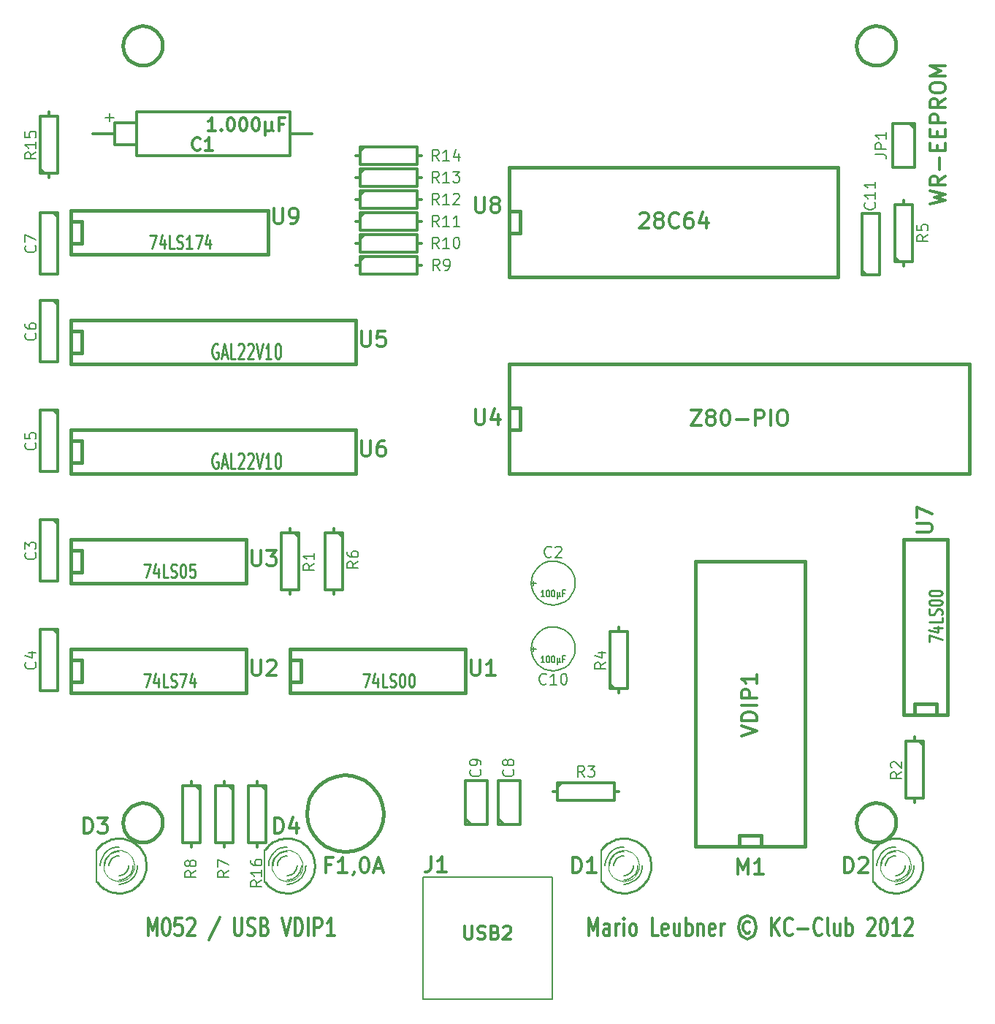
<source format=gto>
G04 (created by PCBNEW-RS274X (2011-12-28 BZR 3254)-stable) date 23.01.2012 18:01:50*
G01*
G70*
G90*
%MOIN*%
G04 Gerber Fmt 3.4, Leading zero omitted, Abs format*
%FSLAX34Y34*%
G04 APERTURE LIST*
%ADD10C,0.006000*%
%ADD11C,0.008000*%
%ADD12C,0.012000*%
%ADD13C,0.015000*%
%ADD14C,0.003000*%
%ADD15C,0.010000*%
%ADD16C,0.005000*%
%ADD17C,0.011300*%
%ADD18C,0.007500*%
G04 APERTURE END LIST*
G54D10*
G54D11*
X41101Y-20501D02*
X41491Y-20501D01*
X41296Y-20696D02*
X41296Y-20306D01*
G54D12*
X63176Y-57813D02*
X63176Y-57013D01*
X63376Y-57584D01*
X63576Y-57013D01*
X63576Y-57813D01*
X64119Y-57813D02*
X64119Y-57394D01*
X64090Y-57318D01*
X64033Y-57279D01*
X63919Y-57279D01*
X63862Y-57318D01*
X64119Y-57775D02*
X64062Y-57813D01*
X63919Y-57813D01*
X63862Y-57775D01*
X63833Y-57699D01*
X63833Y-57622D01*
X63862Y-57546D01*
X63919Y-57508D01*
X64062Y-57508D01*
X64119Y-57470D01*
X64405Y-57813D02*
X64405Y-57279D01*
X64405Y-57432D02*
X64433Y-57356D01*
X64462Y-57318D01*
X64519Y-57279D01*
X64576Y-57279D01*
X64776Y-57813D02*
X64776Y-57279D01*
X64776Y-57013D02*
X64747Y-57051D01*
X64776Y-57089D01*
X64804Y-57051D01*
X64776Y-57013D01*
X64776Y-57089D01*
X65148Y-57813D02*
X65090Y-57775D01*
X65062Y-57737D01*
X65033Y-57660D01*
X65033Y-57432D01*
X65062Y-57356D01*
X65090Y-57318D01*
X65148Y-57279D01*
X65233Y-57279D01*
X65290Y-57318D01*
X65319Y-57356D01*
X65348Y-57432D01*
X65348Y-57660D01*
X65319Y-57737D01*
X65290Y-57775D01*
X65233Y-57813D01*
X65148Y-57813D01*
X66348Y-57813D02*
X66062Y-57813D01*
X66062Y-57013D01*
X66776Y-57775D02*
X66719Y-57813D01*
X66605Y-57813D01*
X66548Y-57775D01*
X66519Y-57699D01*
X66519Y-57394D01*
X66548Y-57318D01*
X66605Y-57279D01*
X66719Y-57279D01*
X66776Y-57318D01*
X66805Y-57394D01*
X66805Y-57470D01*
X66519Y-57546D01*
X67319Y-57279D02*
X67319Y-57813D01*
X67062Y-57279D02*
X67062Y-57699D01*
X67090Y-57775D01*
X67148Y-57813D01*
X67233Y-57813D01*
X67290Y-57775D01*
X67319Y-57737D01*
X67605Y-57813D02*
X67605Y-57013D01*
X67605Y-57318D02*
X67662Y-57279D01*
X67776Y-57279D01*
X67833Y-57318D01*
X67862Y-57356D01*
X67891Y-57432D01*
X67891Y-57660D01*
X67862Y-57737D01*
X67833Y-57775D01*
X67776Y-57813D01*
X67662Y-57813D01*
X67605Y-57775D01*
X68148Y-57279D02*
X68148Y-57813D01*
X68148Y-57356D02*
X68176Y-57318D01*
X68234Y-57279D01*
X68319Y-57279D01*
X68376Y-57318D01*
X68405Y-57394D01*
X68405Y-57813D01*
X68919Y-57775D02*
X68862Y-57813D01*
X68748Y-57813D01*
X68691Y-57775D01*
X68662Y-57699D01*
X68662Y-57394D01*
X68691Y-57318D01*
X68748Y-57279D01*
X68862Y-57279D01*
X68919Y-57318D01*
X68948Y-57394D01*
X68948Y-57470D01*
X68662Y-57546D01*
X69205Y-57813D02*
X69205Y-57279D01*
X69205Y-57432D02*
X69233Y-57356D01*
X69262Y-57318D01*
X69319Y-57279D01*
X69376Y-57279D01*
X70519Y-57203D02*
X70461Y-57165D01*
X70347Y-57165D01*
X70290Y-57203D01*
X70233Y-57279D01*
X70204Y-57356D01*
X70204Y-57508D01*
X70233Y-57584D01*
X70290Y-57660D01*
X70347Y-57699D01*
X70461Y-57699D01*
X70519Y-57660D01*
X70404Y-56899D02*
X70261Y-56937D01*
X70119Y-57051D01*
X70033Y-57241D01*
X70004Y-57432D01*
X70033Y-57622D01*
X70119Y-57813D01*
X70261Y-57927D01*
X70404Y-57965D01*
X70547Y-57927D01*
X70690Y-57813D01*
X70776Y-57622D01*
X70804Y-57432D01*
X70776Y-57241D01*
X70690Y-57051D01*
X70547Y-56937D01*
X70404Y-56899D01*
X71519Y-57813D02*
X71519Y-57013D01*
X71862Y-57813D02*
X71605Y-57356D01*
X71862Y-57013D02*
X71519Y-57470D01*
X72462Y-57737D02*
X72433Y-57775D01*
X72347Y-57813D01*
X72290Y-57813D01*
X72205Y-57775D01*
X72147Y-57699D01*
X72119Y-57622D01*
X72090Y-57470D01*
X72090Y-57356D01*
X72119Y-57203D01*
X72147Y-57127D01*
X72205Y-57051D01*
X72290Y-57013D01*
X72347Y-57013D01*
X72433Y-57051D01*
X72462Y-57089D01*
X72719Y-57508D02*
X73176Y-57508D01*
X73805Y-57737D02*
X73776Y-57775D01*
X73690Y-57813D01*
X73633Y-57813D01*
X73548Y-57775D01*
X73490Y-57699D01*
X73462Y-57622D01*
X73433Y-57470D01*
X73433Y-57356D01*
X73462Y-57203D01*
X73490Y-57127D01*
X73548Y-57051D01*
X73633Y-57013D01*
X73690Y-57013D01*
X73776Y-57051D01*
X73805Y-57089D01*
X74148Y-57813D02*
X74090Y-57775D01*
X74062Y-57699D01*
X74062Y-57013D01*
X74633Y-57279D02*
X74633Y-57813D01*
X74376Y-57279D02*
X74376Y-57699D01*
X74404Y-57775D01*
X74462Y-57813D01*
X74547Y-57813D01*
X74604Y-57775D01*
X74633Y-57737D01*
X74919Y-57813D02*
X74919Y-57013D01*
X74919Y-57318D02*
X74976Y-57279D01*
X75090Y-57279D01*
X75147Y-57318D01*
X75176Y-57356D01*
X75205Y-57432D01*
X75205Y-57660D01*
X75176Y-57737D01*
X75147Y-57775D01*
X75090Y-57813D01*
X74976Y-57813D01*
X74919Y-57775D01*
X75890Y-57089D02*
X75919Y-57051D01*
X75976Y-57013D01*
X76119Y-57013D01*
X76176Y-57051D01*
X76205Y-57089D01*
X76233Y-57165D01*
X76233Y-57241D01*
X76205Y-57356D01*
X75862Y-57813D01*
X76233Y-57813D01*
X76604Y-57013D02*
X76661Y-57013D01*
X76718Y-57051D01*
X76747Y-57089D01*
X76776Y-57165D01*
X76804Y-57318D01*
X76804Y-57508D01*
X76776Y-57660D01*
X76747Y-57737D01*
X76718Y-57775D01*
X76661Y-57813D01*
X76604Y-57813D01*
X76547Y-57775D01*
X76518Y-57737D01*
X76490Y-57660D01*
X76461Y-57508D01*
X76461Y-57318D01*
X76490Y-57165D01*
X76518Y-57089D01*
X76547Y-57051D01*
X76604Y-57013D01*
X77375Y-57813D02*
X77032Y-57813D01*
X77204Y-57813D02*
X77204Y-57013D01*
X77147Y-57127D01*
X77089Y-57203D01*
X77032Y-57241D01*
X77603Y-57089D02*
X77632Y-57051D01*
X77689Y-57013D01*
X77832Y-57013D01*
X77889Y-57051D01*
X77918Y-57089D01*
X77946Y-57165D01*
X77946Y-57241D01*
X77918Y-57356D01*
X77575Y-57813D01*
X77946Y-57813D01*
X43054Y-57813D02*
X43054Y-57013D01*
X43254Y-57584D01*
X43454Y-57013D01*
X43454Y-57813D01*
X43854Y-57013D02*
X43911Y-57013D01*
X43968Y-57051D01*
X43997Y-57089D01*
X44026Y-57165D01*
X44054Y-57318D01*
X44054Y-57508D01*
X44026Y-57660D01*
X43997Y-57737D01*
X43968Y-57775D01*
X43911Y-57813D01*
X43854Y-57813D01*
X43797Y-57775D01*
X43768Y-57737D01*
X43740Y-57660D01*
X43711Y-57508D01*
X43711Y-57318D01*
X43740Y-57165D01*
X43768Y-57089D01*
X43797Y-57051D01*
X43854Y-57013D01*
X44597Y-57013D02*
X44311Y-57013D01*
X44282Y-57394D01*
X44311Y-57356D01*
X44368Y-57318D01*
X44511Y-57318D01*
X44568Y-57356D01*
X44597Y-57394D01*
X44625Y-57470D01*
X44625Y-57660D01*
X44597Y-57737D01*
X44568Y-57775D01*
X44511Y-57813D01*
X44368Y-57813D01*
X44311Y-57775D01*
X44282Y-57737D01*
X44853Y-57089D02*
X44882Y-57051D01*
X44939Y-57013D01*
X45082Y-57013D01*
X45139Y-57051D01*
X45168Y-57089D01*
X45196Y-57165D01*
X45196Y-57241D01*
X45168Y-57356D01*
X44825Y-57813D01*
X45196Y-57813D01*
X46338Y-56975D02*
X45824Y-58003D01*
X46996Y-57013D02*
X46996Y-57660D01*
X47024Y-57737D01*
X47053Y-57775D01*
X47110Y-57813D01*
X47224Y-57813D01*
X47282Y-57775D01*
X47310Y-57737D01*
X47339Y-57660D01*
X47339Y-57013D01*
X47596Y-57775D02*
X47682Y-57813D01*
X47825Y-57813D01*
X47882Y-57775D01*
X47911Y-57737D01*
X47939Y-57660D01*
X47939Y-57584D01*
X47911Y-57508D01*
X47882Y-57470D01*
X47825Y-57432D01*
X47711Y-57394D01*
X47653Y-57356D01*
X47625Y-57318D01*
X47596Y-57241D01*
X47596Y-57165D01*
X47625Y-57089D01*
X47653Y-57051D01*
X47711Y-57013D01*
X47853Y-57013D01*
X47939Y-57051D01*
X48396Y-57394D02*
X48482Y-57432D01*
X48510Y-57470D01*
X48539Y-57546D01*
X48539Y-57660D01*
X48510Y-57737D01*
X48482Y-57775D01*
X48424Y-57813D01*
X48196Y-57813D01*
X48196Y-57013D01*
X48396Y-57013D01*
X48453Y-57051D01*
X48482Y-57089D01*
X48510Y-57165D01*
X48510Y-57241D01*
X48482Y-57318D01*
X48453Y-57356D01*
X48396Y-57394D01*
X48196Y-57394D01*
X49167Y-57013D02*
X49367Y-57813D01*
X49567Y-57013D01*
X49767Y-57813D02*
X49767Y-57013D01*
X49910Y-57013D01*
X49995Y-57051D01*
X50053Y-57127D01*
X50081Y-57203D01*
X50110Y-57356D01*
X50110Y-57470D01*
X50081Y-57622D01*
X50053Y-57699D01*
X49995Y-57775D01*
X49910Y-57813D01*
X49767Y-57813D01*
X50367Y-57813D02*
X50367Y-57013D01*
X50653Y-57813D02*
X50653Y-57013D01*
X50881Y-57013D01*
X50939Y-57051D01*
X50967Y-57089D01*
X50996Y-57165D01*
X50996Y-57279D01*
X50967Y-57356D01*
X50939Y-57394D01*
X50881Y-57432D01*
X50653Y-57432D01*
X51567Y-57813D02*
X51224Y-57813D01*
X51396Y-57813D02*
X51396Y-57013D01*
X51339Y-57127D01*
X51281Y-57203D01*
X51224Y-57241D01*
G54D13*
X59546Y-33739D02*
X60046Y-33739D01*
X60046Y-33739D02*
X60046Y-34739D01*
X60046Y-34739D02*
X59546Y-34739D01*
X59546Y-31739D02*
X80546Y-31739D01*
X80546Y-31739D02*
X80546Y-36739D01*
X80546Y-36739D02*
X59546Y-36739D01*
X59546Y-36739D02*
X59546Y-31739D01*
X59546Y-24770D02*
X59546Y-24770D01*
X59546Y-24770D02*
X60046Y-24770D01*
X60046Y-24770D02*
X60046Y-25770D01*
X60046Y-25770D02*
X59546Y-25770D01*
X59546Y-22770D02*
X74546Y-22770D01*
X74546Y-22770D02*
X74546Y-27770D01*
X74546Y-27770D02*
X59546Y-27770D01*
X59546Y-27770D02*
X59546Y-22770D01*
X39546Y-35239D02*
X40046Y-35239D01*
X40046Y-35239D02*
X40046Y-36239D01*
X40046Y-36239D02*
X39546Y-36239D01*
X39546Y-36239D02*
X39546Y-36239D01*
X39546Y-34739D02*
X52546Y-34739D01*
X52546Y-34739D02*
X52546Y-36739D01*
X52546Y-36739D02*
X39546Y-36739D01*
X39546Y-36739D02*
X39546Y-34739D01*
X39546Y-30239D02*
X40046Y-30239D01*
X40046Y-30239D02*
X40046Y-31239D01*
X40046Y-31239D02*
X39546Y-31239D01*
X39546Y-31239D02*
X39546Y-31239D01*
X39546Y-29739D02*
X52546Y-29739D01*
X52546Y-29739D02*
X52546Y-31739D01*
X52546Y-31739D02*
X39546Y-31739D01*
X39546Y-31739D02*
X39546Y-29739D01*
X77546Y-47739D02*
X77546Y-39739D01*
X79546Y-39739D02*
X79546Y-47739D01*
X79546Y-47739D02*
X77546Y-47739D01*
X78046Y-47739D02*
X78046Y-47239D01*
X78046Y-47239D02*
X79046Y-47239D01*
X79046Y-47239D02*
X79046Y-47739D01*
X77546Y-39739D02*
X79546Y-39739D01*
X39546Y-39739D02*
X47546Y-39739D01*
X47546Y-41739D02*
X39546Y-41739D01*
X39546Y-41739D02*
X39546Y-39739D01*
X39546Y-40239D02*
X40046Y-40239D01*
X40046Y-40239D02*
X40046Y-41239D01*
X40046Y-41239D02*
X39546Y-41239D01*
X47546Y-39739D02*
X47546Y-41739D01*
X39546Y-44739D02*
X47546Y-44739D01*
X47546Y-46739D02*
X39546Y-46739D01*
X39546Y-46739D02*
X39546Y-44739D01*
X39546Y-45239D02*
X40046Y-45239D01*
X40046Y-45239D02*
X40046Y-46239D01*
X40046Y-46239D02*
X39546Y-46239D01*
X47546Y-44739D02*
X47546Y-46739D01*
G54D12*
X38946Y-38839D02*
X38946Y-41639D01*
X38946Y-41639D02*
X38146Y-41639D01*
X38146Y-41639D02*
X38146Y-38839D01*
X38146Y-38839D02*
X38946Y-38839D01*
X38746Y-38839D02*
X38946Y-39039D01*
X38946Y-43839D02*
X38946Y-46639D01*
X38946Y-46639D02*
X38146Y-46639D01*
X38146Y-46639D02*
X38146Y-43839D01*
X38146Y-43839D02*
X38946Y-43839D01*
X38746Y-43839D02*
X38946Y-44039D01*
X38946Y-33839D02*
X38946Y-36639D01*
X38946Y-36639D02*
X38146Y-36639D01*
X38146Y-36639D02*
X38146Y-33839D01*
X38146Y-33839D02*
X38946Y-33839D01*
X38746Y-33839D02*
X38946Y-34039D01*
X38946Y-28839D02*
X38946Y-31639D01*
X38946Y-31639D02*
X38146Y-31639D01*
X38146Y-31639D02*
X38146Y-28839D01*
X38146Y-28839D02*
X38946Y-28839D01*
X38746Y-28839D02*
X38946Y-29039D01*
X38946Y-24839D02*
X38946Y-27639D01*
X38946Y-27639D02*
X38146Y-27639D01*
X38146Y-27639D02*
X38146Y-24839D01*
X38146Y-24839D02*
X38946Y-24839D01*
X38746Y-24839D02*
X38946Y-25039D01*
G54D13*
X39546Y-25239D02*
X39546Y-25239D01*
X39546Y-25239D02*
X40046Y-25239D01*
X40046Y-25239D02*
X40046Y-26239D01*
X40046Y-26239D02*
X39546Y-26239D01*
X39546Y-24739D02*
X48546Y-24739D01*
X48546Y-24739D02*
X48546Y-26739D01*
X48546Y-26739D02*
X39546Y-26739D01*
X39546Y-26739D02*
X39546Y-24739D01*
G54D11*
X63741Y-53875D02*
X63741Y-55375D01*
G54D14*
X65468Y-54625D02*
X65454Y-54762D01*
X65414Y-54894D01*
X65349Y-55016D01*
X65262Y-55123D01*
X65156Y-55211D01*
X65034Y-55276D01*
X64903Y-55317D01*
X64765Y-55331D01*
X64629Y-55319D01*
X64497Y-55280D01*
X64374Y-55216D01*
X64267Y-55130D01*
X64178Y-55024D01*
X64112Y-54903D01*
X64070Y-54771D01*
X64055Y-54634D01*
X64066Y-54498D01*
X64104Y-54365D01*
X64167Y-54243D01*
X64253Y-54134D01*
X64358Y-54045D01*
X64478Y-53978D01*
X64610Y-53935D01*
X64747Y-53919D01*
X64883Y-53929D01*
X65016Y-53966D01*
X65139Y-54029D01*
X65248Y-54114D01*
X65338Y-54218D01*
X65406Y-54338D01*
X65450Y-54469D01*
X65467Y-54606D01*
X65468Y-54625D01*
G54D15*
X63762Y-55375D02*
X63831Y-55459D01*
X63907Y-55537D01*
X63990Y-55608D01*
X64079Y-55672D01*
X64173Y-55727D01*
X64271Y-55774D01*
X64373Y-55813D01*
X64478Y-55842D01*
X64585Y-55862D01*
X64694Y-55873D01*
X64802Y-55874D01*
X64911Y-55865D01*
X65018Y-55848D01*
X65124Y-55821D01*
X65227Y-55784D01*
X65326Y-55739D01*
X65421Y-55686D01*
X65511Y-55624D01*
X65595Y-55555D01*
X65673Y-55479D01*
X65744Y-55396D01*
X65808Y-55307D01*
X65863Y-55213D01*
X65910Y-55115D01*
X65949Y-55013D01*
X65978Y-54908D01*
X65998Y-54801D01*
X66009Y-54692D01*
X66010Y-54584D01*
X66001Y-54475D01*
X65984Y-54368D01*
X65957Y-54262D01*
X65920Y-54159D01*
X65875Y-54060D01*
X65822Y-53965D01*
X65760Y-53875D01*
X65691Y-53791D01*
X65615Y-53713D01*
X65532Y-53642D01*
X65443Y-53578D01*
X65349Y-53523D01*
X65251Y-53476D01*
X65149Y-53437D01*
X65044Y-53408D01*
X64937Y-53388D01*
X64828Y-53377D01*
X64720Y-53376D01*
X64611Y-53385D01*
X64504Y-53402D01*
X64398Y-53429D01*
X64295Y-53466D01*
X64196Y-53511D01*
X64101Y-53564D01*
X64011Y-53626D01*
X63927Y-53695D01*
X63849Y-53771D01*
X63778Y-53854D01*
X63762Y-53875D01*
G54D10*
X64761Y-55075D02*
X64800Y-55073D01*
X64839Y-55068D01*
X64877Y-55059D01*
X64914Y-55047D01*
X64951Y-55032D01*
X64986Y-55014D01*
X65019Y-54993D01*
X65050Y-54969D01*
X65079Y-54943D01*
X65105Y-54914D01*
X65129Y-54883D01*
X65150Y-54849D01*
X65168Y-54815D01*
X65183Y-54778D01*
X65195Y-54741D01*
X65204Y-54703D01*
X65209Y-54664D01*
X65211Y-54625D01*
X64761Y-54175D02*
X64722Y-54177D01*
X64683Y-54182D01*
X64645Y-54191D01*
X64608Y-54203D01*
X64571Y-54218D01*
X64537Y-54236D01*
X64503Y-54257D01*
X64472Y-54281D01*
X64443Y-54307D01*
X64417Y-54336D01*
X64393Y-54367D01*
X64372Y-54401D01*
X64354Y-54435D01*
X64339Y-54472D01*
X64327Y-54509D01*
X64318Y-54547D01*
X64313Y-54586D01*
X64311Y-54625D01*
X64761Y-55275D02*
X64817Y-55272D01*
X64873Y-55265D01*
X64929Y-55252D01*
X64983Y-55235D01*
X65035Y-55214D01*
X65086Y-55187D01*
X65133Y-55157D01*
X65178Y-55122D01*
X65220Y-55084D01*
X65258Y-55042D01*
X65293Y-54997D01*
X65323Y-54949D01*
X65350Y-54899D01*
X65371Y-54847D01*
X65388Y-54793D01*
X65401Y-54737D01*
X65408Y-54681D01*
X65411Y-54625D01*
X64761Y-53975D02*
X64705Y-53978D01*
X64649Y-53985D01*
X64593Y-53998D01*
X64539Y-54015D01*
X64487Y-54036D01*
X64437Y-54063D01*
X64389Y-54093D01*
X64344Y-54128D01*
X64302Y-54166D01*
X64264Y-54208D01*
X64229Y-54253D01*
X64199Y-54301D01*
X64172Y-54351D01*
X64151Y-54403D01*
X64134Y-54457D01*
X64121Y-54513D01*
X64114Y-54569D01*
X64111Y-54625D01*
X64761Y-55475D02*
X64835Y-55471D01*
X64908Y-55462D01*
X64980Y-55446D01*
X65051Y-55423D01*
X65120Y-55395D01*
X65186Y-55361D01*
X65248Y-55321D01*
X65307Y-55276D01*
X65362Y-55226D01*
X65412Y-55171D01*
X65457Y-55112D01*
X65497Y-55049D01*
X65531Y-54984D01*
X65559Y-54915D01*
X65582Y-54844D01*
X65598Y-54772D01*
X65607Y-54699D01*
X65611Y-54625D01*
X64761Y-53775D02*
X64687Y-53779D01*
X64614Y-53788D01*
X64542Y-53804D01*
X64471Y-53827D01*
X64402Y-53855D01*
X64337Y-53889D01*
X64274Y-53929D01*
X64215Y-53974D01*
X64160Y-54024D01*
X64110Y-54079D01*
X64065Y-54138D01*
X64025Y-54201D01*
X63991Y-54266D01*
X63963Y-54335D01*
X63940Y-54406D01*
X63924Y-54478D01*
X63915Y-54551D01*
X63911Y-54625D01*
G54D11*
X76142Y-53875D02*
X76142Y-55375D01*
G54D14*
X77869Y-54625D02*
X77855Y-54762D01*
X77815Y-54894D01*
X77750Y-55016D01*
X77663Y-55123D01*
X77557Y-55211D01*
X77435Y-55276D01*
X77304Y-55317D01*
X77166Y-55331D01*
X77030Y-55319D01*
X76898Y-55280D01*
X76775Y-55216D01*
X76668Y-55130D01*
X76579Y-55024D01*
X76513Y-54903D01*
X76471Y-54771D01*
X76456Y-54634D01*
X76467Y-54498D01*
X76505Y-54365D01*
X76568Y-54243D01*
X76654Y-54134D01*
X76759Y-54045D01*
X76879Y-53978D01*
X77011Y-53935D01*
X77148Y-53919D01*
X77284Y-53929D01*
X77417Y-53966D01*
X77540Y-54029D01*
X77649Y-54114D01*
X77739Y-54218D01*
X77807Y-54338D01*
X77851Y-54469D01*
X77868Y-54606D01*
X77869Y-54625D01*
G54D15*
X76163Y-55375D02*
X76232Y-55459D01*
X76308Y-55537D01*
X76391Y-55608D01*
X76480Y-55672D01*
X76574Y-55727D01*
X76672Y-55774D01*
X76774Y-55813D01*
X76879Y-55842D01*
X76986Y-55862D01*
X77095Y-55873D01*
X77203Y-55874D01*
X77312Y-55865D01*
X77419Y-55848D01*
X77525Y-55821D01*
X77628Y-55784D01*
X77727Y-55739D01*
X77822Y-55686D01*
X77912Y-55624D01*
X77996Y-55555D01*
X78074Y-55479D01*
X78145Y-55396D01*
X78209Y-55307D01*
X78264Y-55213D01*
X78311Y-55115D01*
X78350Y-55013D01*
X78379Y-54908D01*
X78399Y-54801D01*
X78410Y-54692D01*
X78411Y-54584D01*
X78402Y-54475D01*
X78385Y-54368D01*
X78358Y-54262D01*
X78321Y-54159D01*
X78276Y-54060D01*
X78223Y-53965D01*
X78161Y-53875D01*
X78092Y-53791D01*
X78016Y-53713D01*
X77933Y-53642D01*
X77844Y-53578D01*
X77750Y-53523D01*
X77652Y-53476D01*
X77550Y-53437D01*
X77445Y-53408D01*
X77338Y-53388D01*
X77229Y-53377D01*
X77121Y-53376D01*
X77012Y-53385D01*
X76905Y-53402D01*
X76799Y-53429D01*
X76696Y-53466D01*
X76597Y-53511D01*
X76502Y-53564D01*
X76412Y-53626D01*
X76328Y-53695D01*
X76250Y-53771D01*
X76179Y-53854D01*
X76163Y-53875D01*
G54D10*
X77162Y-55075D02*
X77201Y-55073D01*
X77240Y-55068D01*
X77278Y-55059D01*
X77315Y-55047D01*
X77352Y-55032D01*
X77387Y-55014D01*
X77420Y-54993D01*
X77451Y-54969D01*
X77480Y-54943D01*
X77506Y-54914D01*
X77530Y-54883D01*
X77551Y-54849D01*
X77569Y-54815D01*
X77584Y-54778D01*
X77596Y-54741D01*
X77605Y-54703D01*
X77610Y-54664D01*
X77612Y-54625D01*
X77162Y-54175D02*
X77123Y-54177D01*
X77084Y-54182D01*
X77046Y-54191D01*
X77009Y-54203D01*
X76972Y-54218D01*
X76938Y-54236D01*
X76904Y-54257D01*
X76873Y-54281D01*
X76844Y-54307D01*
X76818Y-54336D01*
X76794Y-54367D01*
X76773Y-54401D01*
X76755Y-54435D01*
X76740Y-54472D01*
X76728Y-54509D01*
X76719Y-54547D01*
X76714Y-54586D01*
X76712Y-54625D01*
X77162Y-55275D02*
X77218Y-55272D01*
X77274Y-55265D01*
X77330Y-55252D01*
X77384Y-55235D01*
X77436Y-55214D01*
X77487Y-55187D01*
X77534Y-55157D01*
X77579Y-55122D01*
X77621Y-55084D01*
X77659Y-55042D01*
X77694Y-54997D01*
X77724Y-54949D01*
X77751Y-54899D01*
X77772Y-54847D01*
X77789Y-54793D01*
X77802Y-54737D01*
X77809Y-54681D01*
X77812Y-54625D01*
X77162Y-53975D02*
X77106Y-53978D01*
X77050Y-53985D01*
X76994Y-53998D01*
X76940Y-54015D01*
X76888Y-54036D01*
X76838Y-54063D01*
X76790Y-54093D01*
X76745Y-54128D01*
X76703Y-54166D01*
X76665Y-54208D01*
X76630Y-54253D01*
X76600Y-54301D01*
X76573Y-54351D01*
X76552Y-54403D01*
X76535Y-54457D01*
X76522Y-54513D01*
X76515Y-54569D01*
X76512Y-54625D01*
X77162Y-55475D02*
X77236Y-55471D01*
X77309Y-55462D01*
X77381Y-55446D01*
X77452Y-55423D01*
X77521Y-55395D01*
X77587Y-55361D01*
X77649Y-55321D01*
X77708Y-55276D01*
X77763Y-55226D01*
X77813Y-55171D01*
X77858Y-55112D01*
X77898Y-55049D01*
X77932Y-54984D01*
X77960Y-54915D01*
X77983Y-54844D01*
X77999Y-54772D01*
X78008Y-54699D01*
X78012Y-54625D01*
X77162Y-53775D02*
X77088Y-53779D01*
X77015Y-53788D01*
X76943Y-53804D01*
X76872Y-53827D01*
X76803Y-53855D01*
X76738Y-53889D01*
X76675Y-53929D01*
X76616Y-53974D01*
X76561Y-54024D01*
X76511Y-54079D01*
X76466Y-54138D01*
X76426Y-54201D01*
X76392Y-54266D01*
X76364Y-54335D01*
X76341Y-54406D01*
X76325Y-54478D01*
X76316Y-54551D01*
X76312Y-54625D01*
G54D11*
X40709Y-53875D02*
X40709Y-55375D01*
G54D14*
X42436Y-54625D02*
X42422Y-54762D01*
X42382Y-54894D01*
X42317Y-55016D01*
X42230Y-55123D01*
X42124Y-55211D01*
X42002Y-55276D01*
X41871Y-55317D01*
X41733Y-55331D01*
X41597Y-55319D01*
X41465Y-55280D01*
X41342Y-55216D01*
X41235Y-55130D01*
X41146Y-55024D01*
X41080Y-54903D01*
X41038Y-54771D01*
X41023Y-54634D01*
X41034Y-54498D01*
X41072Y-54365D01*
X41135Y-54243D01*
X41221Y-54134D01*
X41326Y-54045D01*
X41446Y-53978D01*
X41578Y-53935D01*
X41715Y-53919D01*
X41851Y-53929D01*
X41984Y-53966D01*
X42107Y-54029D01*
X42216Y-54114D01*
X42306Y-54218D01*
X42374Y-54338D01*
X42418Y-54469D01*
X42435Y-54606D01*
X42436Y-54625D01*
G54D15*
X40730Y-55375D02*
X40799Y-55459D01*
X40875Y-55537D01*
X40958Y-55608D01*
X41047Y-55672D01*
X41141Y-55727D01*
X41239Y-55774D01*
X41341Y-55813D01*
X41446Y-55842D01*
X41553Y-55862D01*
X41662Y-55873D01*
X41770Y-55874D01*
X41879Y-55865D01*
X41986Y-55848D01*
X42092Y-55821D01*
X42195Y-55784D01*
X42294Y-55739D01*
X42389Y-55686D01*
X42479Y-55624D01*
X42563Y-55555D01*
X42641Y-55479D01*
X42712Y-55396D01*
X42776Y-55307D01*
X42831Y-55213D01*
X42878Y-55115D01*
X42917Y-55013D01*
X42946Y-54908D01*
X42966Y-54801D01*
X42977Y-54692D01*
X42978Y-54584D01*
X42969Y-54475D01*
X42952Y-54368D01*
X42925Y-54262D01*
X42888Y-54159D01*
X42843Y-54060D01*
X42790Y-53965D01*
X42728Y-53875D01*
X42659Y-53791D01*
X42583Y-53713D01*
X42500Y-53642D01*
X42411Y-53578D01*
X42317Y-53523D01*
X42219Y-53476D01*
X42117Y-53437D01*
X42012Y-53408D01*
X41905Y-53388D01*
X41796Y-53377D01*
X41688Y-53376D01*
X41579Y-53385D01*
X41472Y-53402D01*
X41366Y-53429D01*
X41263Y-53466D01*
X41164Y-53511D01*
X41069Y-53564D01*
X40979Y-53626D01*
X40895Y-53695D01*
X40817Y-53771D01*
X40746Y-53854D01*
X40730Y-53875D01*
G54D10*
X41729Y-55075D02*
X41768Y-55073D01*
X41807Y-55068D01*
X41845Y-55059D01*
X41882Y-55047D01*
X41919Y-55032D01*
X41954Y-55014D01*
X41987Y-54993D01*
X42018Y-54969D01*
X42047Y-54943D01*
X42073Y-54914D01*
X42097Y-54883D01*
X42118Y-54849D01*
X42136Y-54815D01*
X42151Y-54778D01*
X42163Y-54741D01*
X42172Y-54703D01*
X42177Y-54664D01*
X42179Y-54625D01*
X41729Y-54175D02*
X41690Y-54177D01*
X41651Y-54182D01*
X41613Y-54191D01*
X41576Y-54203D01*
X41539Y-54218D01*
X41505Y-54236D01*
X41471Y-54257D01*
X41440Y-54281D01*
X41411Y-54307D01*
X41385Y-54336D01*
X41361Y-54367D01*
X41340Y-54401D01*
X41322Y-54435D01*
X41307Y-54472D01*
X41295Y-54509D01*
X41286Y-54547D01*
X41281Y-54586D01*
X41279Y-54625D01*
X41729Y-55275D02*
X41785Y-55272D01*
X41841Y-55265D01*
X41897Y-55252D01*
X41951Y-55235D01*
X42003Y-55214D01*
X42054Y-55187D01*
X42101Y-55157D01*
X42146Y-55122D01*
X42188Y-55084D01*
X42226Y-55042D01*
X42261Y-54997D01*
X42291Y-54949D01*
X42318Y-54899D01*
X42339Y-54847D01*
X42356Y-54793D01*
X42369Y-54737D01*
X42376Y-54681D01*
X42379Y-54625D01*
X41729Y-53975D02*
X41673Y-53978D01*
X41617Y-53985D01*
X41561Y-53998D01*
X41507Y-54015D01*
X41455Y-54036D01*
X41405Y-54063D01*
X41357Y-54093D01*
X41312Y-54128D01*
X41270Y-54166D01*
X41232Y-54208D01*
X41197Y-54253D01*
X41167Y-54301D01*
X41140Y-54351D01*
X41119Y-54403D01*
X41102Y-54457D01*
X41089Y-54513D01*
X41082Y-54569D01*
X41079Y-54625D01*
X41729Y-55475D02*
X41803Y-55471D01*
X41876Y-55462D01*
X41948Y-55446D01*
X42019Y-55423D01*
X42088Y-55395D01*
X42154Y-55361D01*
X42216Y-55321D01*
X42275Y-55276D01*
X42330Y-55226D01*
X42380Y-55171D01*
X42425Y-55112D01*
X42465Y-55049D01*
X42499Y-54984D01*
X42527Y-54915D01*
X42550Y-54844D01*
X42566Y-54772D01*
X42575Y-54699D01*
X42579Y-54625D01*
X41729Y-53775D02*
X41655Y-53779D01*
X41582Y-53788D01*
X41510Y-53804D01*
X41439Y-53827D01*
X41370Y-53855D01*
X41305Y-53889D01*
X41242Y-53929D01*
X41183Y-53974D01*
X41128Y-54024D01*
X41078Y-54079D01*
X41033Y-54138D01*
X40993Y-54201D01*
X40959Y-54266D01*
X40931Y-54335D01*
X40908Y-54406D01*
X40892Y-54478D01*
X40883Y-54551D01*
X40879Y-54625D01*
G54D12*
X59046Y-52719D02*
X59046Y-50739D01*
X59046Y-50739D02*
X60046Y-50739D01*
X60046Y-50739D02*
X60046Y-52739D01*
X60046Y-52739D02*
X59046Y-52739D01*
X59296Y-52739D02*
X59046Y-52489D01*
X57546Y-52719D02*
X57546Y-50739D01*
X57546Y-50739D02*
X58546Y-50739D01*
X58546Y-50739D02*
X58546Y-52739D01*
X58546Y-52739D02*
X57546Y-52739D01*
X57796Y-52739D02*
X57546Y-52489D01*
X52546Y-27239D02*
X52746Y-27239D01*
X55546Y-27239D02*
X55346Y-27239D01*
X55346Y-27239D02*
X55346Y-26839D01*
X55346Y-26839D02*
X52746Y-26839D01*
X52746Y-26839D02*
X52746Y-27639D01*
X52746Y-27639D02*
X55346Y-27639D01*
X55346Y-27639D02*
X55346Y-27239D01*
X52746Y-27039D02*
X52946Y-26839D01*
X52546Y-26239D02*
X52746Y-26239D01*
X55546Y-26239D02*
X55346Y-26239D01*
X55346Y-26239D02*
X55346Y-25839D01*
X55346Y-25839D02*
X52746Y-25839D01*
X52746Y-25839D02*
X52746Y-26639D01*
X52746Y-26639D02*
X55346Y-26639D01*
X55346Y-26639D02*
X55346Y-26239D01*
X52746Y-26039D02*
X52946Y-25839D01*
X52546Y-25239D02*
X52746Y-25239D01*
X55546Y-25239D02*
X55346Y-25239D01*
X55346Y-25239D02*
X55346Y-24839D01*
X55346Y-24839D02*
X52746Y-24839D01*
X52746Y-24839D02*
X52746Y-25639D01*
X52746Y-25639D02*
X55346Y-25639D01*
X55346Y-25639D02*
X55346Y-25239D01*
X52746Y-25039D02*
X52946Y-24839D01*
X52546Y-24239D02*
X52746Y-24239D01*
X55546Y-24239D02*
X55346Y-24239D01*
X55346Y-24239D02*
X55346Y-23839D01*
X55346Y-23839D02*
X52746Y-23839D01*
X52746Y-23839D02*
X52746Y-24639D01*
X52746Y-24639D02*
X55346Y-24639D01*
X55346Y-24639D02*
X55346Y-24239D01*
X52746Y-24039D02*
X52946Y-23839D01*
X52546Y-23239D02*
X52746Y-23239D01*
X55546Y-23239D02*
X55346Y-23239D01*
X55346Y-23239D02*
X55346Y-22839D01*
X55346Y-22839D02*
X52746Y-22839D01*
X52746Y-22839D02*
X52746Y-23639D01*
X52746Y-23639D02*
X55346Y-23639D01*
X55346Y-23639D02*
X55346Y-23239D01*
X52746Y-23039D02*
X52946Y-22839D01*
X52546Y-22239D02*
X52746Y-22239D01*
X55546Y-22239D02*
X55346Y-22239D01*
X55346Y-22239D02*
X55346Y-21839D01*
X55346Y-21839D02*
X52746Y-21839D01*
X52746Y-21839D02*
X52746Y-22639D01*
X52746Y-22639D02*
X55346Y-22639D01*
X55346Y-22639D02*
X55346Y-22239D01*
X52746Y-22039D02*
X52946Y-21839D01*
X78046Y-20790D02*
X78046Y-22770D01*
X78046Y-22770D02*
X77046Y-22770D01*
X77046Y-22770D02*
X77046Y-20770D01*
X77046Y-20770D02*
X78046Y-20770D01*
X77796Y-20770D02*
X78046Y-21020D01*
G54D13*
X49546Y-44739D02*
X57546Y-44739D01*
X57546Y-46739D02*
X49546Y-46739D01*
X49546Y-46739D02*
X49546Y-44739D01*
X49546Y-45239D02*
X50046Y-45239D01*
X50046Y-45239D02*
X50046Y-46239D01*
X50046Y-46239D02*
X49546Y-46239D01*
X57546Y-44739D02*
X57546Y-46739D01*
G54D12*
X77546Y-27270D02*
X77546Y-27070D01*
X77546Y-24270D02*
X77546Y-24470D01*
X77546Y-24470D02*
X77146Y-24470D01*
X77146Y-24470D02*
X77146Y-27070D01*
X77146Y-27070D02*
X77946Y-27070D01*
X77946Y-27070D02*
X77946Y-24470D01*
X77946Y-24470D02*
X77546Y-24470D01*
X77346Y-27070D02*
X77146Y-26870D01*
X51546Y-39239D02*
X51546Y-39439D01*
X51546Y-42239D02*
X51546Y-42039D01*
X51546Y-42039D02*
X51946Y-42039D01*
X51946Y-42039D02*
X51946Y-39439D01*
X51946Y-39439D02*
X51146Y-39439D01*
X51146Y-39439D02*
X51146Y-42039D01*
X51146Y-42039D02*
X51546Y-42039D01*
X51746Y-39439D02*
X51946Y-39639D01*
X49546Y-39239D02*
X49546Y-39439D01*
X49546Y-42239D02*
X49546Y-42039D01*
X49546Y-42039D02*
X49946Y-42039D01*
X49946Y-42039D02*
X49946Y-39439D01*
X49946Y-39439D02*
X49146Y-39439D01*
X49146Y-39439D02*
X49146Y-42039D01*
X49146Y-42039D02*
X49546Y-42039D01*
X49746Y-39439D02*
X49946Y-39639D01*
X38546Y-23239D02*
X38546Y-23039D01*
X38546Y-20239D02*
X38546Y-20439D01*
X38546Y-20439D02*
X38146Y-20439D01*
X38146Y-20439D02*
X38146Y-23039D01*
X38146Y-23039D02*
X38946Y-23039D01*
X38946Y-23039D02*
X38946Y-20439D01*
X38946Y-20439D02*
X38546Y-20439D01*
X38346Y-23039D02*
X38146Y-22839D01*
X78046Y-48739D02*
X78046Y-48939D01*
X78046Y-51739D02*
X78046Y-51539D01*
X78046Y-51539D02*
X78446Y-51539D01*
X78446Y-51539D02*
X78446Y-48939D01*
X78446Y-48939D02*
X77646Y-48939D01*
X77646Y-48939D02*
X77646Y-51539D01*
X77646Y-51539D02*
X78046Y-51539D01*
X78246Y-48939D02*
X78446Y-49139D01*
X64546Y-46739D02*
X64546Y-46539D01*
X64546Y-43739D02*
X64546Y-43939D01*
X64546Y-43939D02*
X64146Y-43939D01*
X64146Y-43939D02*
X64146Y-46539D01*
X64146Y-46539D02*
X64946Y-46539D01*
X64946Y-46539D02*
X64946Y-43939D01*
X64946Y-43939D02*
X64546Y-43939D01*
X64346Y-46539D02*
X64146Y-46339D01*
G54D13*
X53796Y-52239D02*
X53762Y-52578D01*
X53663Y-52905D01*
X53503Y-53207D01*
X53287Y-53472D01*
X53024Y-53689D01*
X52724Y-53852D01*
X52397Y-53953D01*
X52058Y-53988D01*
X51719Y-53958D01*
X51391Y-53861D01*
X51088Y-53703D01*
X50822Y-53489D01*
X50603Y-53227D01*
X50438Y-52928D01*
X50335Y-52602D01*
X50297Y-52263D01*
X50325Y-51924D01*
X50419Y-51595D01*
X50576Y-51292D01*
X50788Y-51024D01*
X51048Y-50802D01*
X51346Y-50636D01*
X51671Y-50530D01*
X52010Y-50490D01*
X52349Y-50516D01*
X52678Y-50608D01*
X52983Y-50762D01*
X53252Y-50972D01*
X53476Y-51231D01*
X53644Y-51528D01*
X53752Y-51852D01*
X53795Y-52191D01*
X53796Y-52239D01*
G54D12*
X61546Y-51239D02*
X61746Y-51239D01*
X64546Y-51239D02*
X64346Y-51239D01*
X64346Y-51239D02*
X64346Y-50839D01*
X64346Y-50839D02*
X61746Y-50839D01*
X61746Y-50839D02*
X61746Y-51639D01*
X61746Y-51639D02*
X64346Y-51639D01*
X64346Y-51639D02*
X64346Y-51239D01*
X61746Y-51039D02*
X61946Y-50839D01*
X46546Y-50770D02*
X46546Y-50970D01*
X46546Y-53770D02*
X46546Y-53570D01*
X46546Y-53570D02*
X46946Y-53570D01*
X46946Y-53570D02*
X46946Y-50970D01*
X46946Y-50970D02*
X46146Y-50970D01*
X46146Y-50970D02*
X46146Y-53570D01*
X46146Y-53570D02*
X46546Y-53570D01*
X46746Y-50970D02*
X46946Y-51170D01*
X45046Y-50770D02*
X45046Y-50970D01*
X45046Y-53770D02*
X45046Y-53570D01*
X45046Y-53570D02*
X45446Y-53570D01*
X45446Y-53570D02*
X45446Y-50970D01*
X45446Y-50970D02*
X44646Y-50970D01*
X44646Y-50970D02*
X44646Y-53570D01*
X44646Y-53570D02*
X45046Y-53570D01*
X45246Y-50970D02*
X45446Y-51170D01*
G54D16*
X61512Y-55159D02*
X61512Y-60709D01*
X55612Y-60709D02*
X55612Y-55159D01*
X61512Y-55159D02*
X55612Y-55159D01*
X61512Y-60709D02*
X55612Y-60709D01*
G54D13*
X77178Y-52656D02*
X77160Y-52830D01*
X77110Y-52998D01*
X77027Y-53154D01*
X76916Y-53290D01*
X76781Y-53402D01*
X76626Y-53485D01*
X76458Y-53537D01*
X76284Y-53555D01*
X76110Y-53540D01*
X75941Y-53490D01*
X75786Y-53409D01*
X75649Y-53299D01*
X75536Y-53164D01*
X75451Y-53010D01*
X75398Y-52843D01*
X75379Y-52668D01*
X75393Y-52494D01*
X75442Y-52325D01*
X75522Y-52169D01*
X75631Y-52031D01*
X75765Y-51917D01*
X75918Y-51832D01*
X76085Y-51777D01*
X76260Y-51757D01*
X76434Y-51770D01*
X76603Y-51817D01*
X76760Y-51897D01*
X76898Y-52005D01*
X77013Y-52138D01*
X77100Y-52290D01*
X77155Y-52457D01*
X77177Y-52631D01*
X77178Y-52656D01*
X43714Y-52656D02*
X43696Y-52830D01*
X43646Y-52998D01*
X43563Y-53154D01*
X43452Y-53290D01*
X43317Y-53402D01*
X43162Y-53485D01*
X42994Y-53537D01*
X42820Y-53555D01*
X42646Y-53540D01*
X42477Y-53490D01*
X42322Y-53409D01*
X42185Y-53299D01*
X42072Y-53164D01*
X41987Y-53010D01*
X41934Y-52843D01*
X41915Y-52668D01*
X41929Y-52494D01*
X41978Y-52325D01*
X42058Y-52169D01*
X42167Y-52031D01*
X42301Y-51917D01*
X42454Y-51832D01*
X42621Y-51777D01*
X42796Y-51757D01*
X42970Y-51770D01*
X43139Y-51817D01*
X43296Y-51897D01*
X43434Y-52005D01*
X43549Y-52138D01*
X43636Y-52290D01*
X43691Y-52457D01*
X43713Y-52631D01*
X43714Y-52656D01*
X77178Y-17223D02*
X77160Y-17397D01*
X77110Y-17565D01*
X77027Y-17721D01*
X76916Y-17857D01*
X76781Y-17969D01*
X76626Y-18052D01*
X76458Y-18104D01*
X76284Y-18122D01*
X76110Y-18107D01*
X75941Y-18057D01*
X75786Y-17976D01*
X75649Y-17866D01*
X75536Y-17731D01*
X75451Y-17577D01*
X75398Y-17410D01*
X75379Y-17235D01*
X75393Y-17061D01*
X75442Y-16892D01*
X75522Y-16736D01*
X75631Y-16598D01*
X75765Y-16484D01*
X75918Y-16399D01*
X76085Y-16344D01*
X76260Y-16324D01*
X76434Y-16337D01*
X76603Y-16384D01*
X76760Y-16464D01*
X76898Y-16572D01*
X77013Y-16705D01*
X77100Y-16857D01*
X77155Y-17024D01*
X77177Y-17198D01*
X77178Y-17223D01*
X43714Y-17223D02*
X43696Y-17397D01*
X43646Y-17565D01*
X43563Y-17721D01*
X43452Y-17857D01*
X43317Y-17969D01*
X43162Y-18052D01*
X42994Y-18104D01*
X42820Y-18122D01*
X42646Y-18107D01*
X42477Y-18057D01*
X42322Y-17976D01*
X42185Y-17866D01*
X42072Y-17731D01*
X41987Y-17577D01*
X41934Y-17410D01*
X41915Y-17235D01*
X41929Y-17061D01*
X41978Y-16892D01*
X42058Y-16736D01*
X42167Y-16598D01*
X42301Y-16484D01*
X42454Y-16399D01*
X42621Y-16344D01*
X42796Y-16324D01*
X42970Y-16337D01*
X43139Y-16384D01*
X43296Y-16464D01*
X43434Y-16572D01*
X43549Y-16705D01*
X43636Y-16857D01*
X43691Y-17024D01*
X43713Y-17198D01*
X43714Y-17223D01*
G54D16*
X62547Y-44739D02*
X62527Y-44933D01*
X62471Y-45120D01*
X62379Y-45292D01*
X62256Y-45444D01*
X62105Y-45568D01*
X61933Y-45661D01*
X61747Y-45719D01*
X61552Y-45739D01*
X61359Y-45722D01*
X61172Y-45667D01*
X60998Y-45576D01*
X60846Y-45454D01*
X60721Y-45304D01*
X60626Y-45133D01*
X60567Y-44947D01*
X60546Y-44752D01*
X60562Y-44559D01*
X60616Y-44371D01*
X60705Y-44197D01*
X60826Y-44044D01*
X60975Y-43918D01*
X61146Y-43822D01*
X61332Y-43762D01*
X61526Y-43739D01*
X61719Y-43754D01*
X61907Y-43806D01*
X62082Y-43894D01*
X62236Y-44015D01*
X62363Y-44162D01*
X62460Y-44332D01*
X62522Y-44518D01*
X62546Y-44712D01*
X62547Y-44739D01*
X62547Y-41739D02*
X62527Y-41933D01*
X62471Y-42120D01*
X62379Y-42292D01*
X62256Y-42444D01*
X62105Y-42568D01*
X61933Y-42661D01*
X61747Y-42719D01*
X61552Y-42739D01*
X61359Y-42722D01*
X61172Y-42667D01*
X60998Y-42576D01*
X60846Y-42454D01*
X60721Y-42304D01*
X60626Y-42133D01*
X60567Y-41947D01*
X60546Y-41752D01*
X60562Y-41559D01*
X60616Y-41371D01*
X60705Y-41197D01*
X60826Y-41044D01*
X60975Y-40918D01*
X61146Y-40822D01*
X61332Y-40762D01*
X61526Y-40739D01*
X61719Y-40754D01*
X61907Y-40806D01*
X62082Y-40894D01*
X62236Y-41015D01*
X62363Y-41162D01*
X62460Y-41332D01*
X62522Y-41518D01*
X62546Y-41712D01*
X62547Y-41739D01*
G54D12*
X50546Y-21239D02*
X49546Y-21239D01*
X49546Y-21239D02*
X49546Y-22239D01*
X49546Y-22239D02*
X42546Y-22239D01*
X42546Y-22239D02*
X42546Y-20239D01*
X42546Y-20239D02*
X49546Y-20239D01*
X49546Y-20239D02*
X49546Y-21239D01*
X42546Y-20739D02*
X41546Y-20739D01*
X41546Y-20739D02*
X41546Y-21739D01*
X41546Y-21739D02*
X42546Y-21739D01*
X40546Y-21239D02*
X41546Y-21239D01*
G54D13*
X70046Y-53739D02*
X70046Y-53239D01*
X70046Y-53239D02*
X71046Y-53239D01*
X71046Y-53239D02*
X71046Y-53739D01*
X68046Y-53739D02*
X68046Y-40739D01*
X68046Y-40739D02*
X73046Y-40739D01*
X73046Y-40739D02*
X73046Y-53739D01*
X73046Y-53739D02*
X68046Y-53739D01*
G54D12*
X48046Y-50770D02*
X48046Y-50970D01*
X48046Y-53770D02*
X48046Y-53570D01*
X48046Y-53570D02*
X48446Y-53570D01*
X48446Y-53570D02*
X48446Y-50970D01*
X48446Y-50970D02*
X47646Y-50970D01*
X47646Y-50970D02*
X47646Y-53570D01*
X47646Y-53570D02*
X48046Y-53570D01*
X48246Y-50970D02*
X48446Y-51170D01*
G54D11*
X48387Y-53874D02*
X48387Y-55374D01*
G54D14*
X50114Y-54624D02*
X50100Y-54761D01*
X50060Y-54893D01*
X49995Y-55015D01*
X49908Y-55122D01*
X49802Y-55210D01*
X49680Y-55275D01*
X49549Y-55316D01*
X49411Y-55330D01*
X49275Y-55318D01*
X49143Y-55279D01*
X49020Y-55215D01*
X48913Y-55129D01*
X48824Y-55023D01*
X48758Y-54902D01*
X48716Y-54770D01*
X48701Y-54633D01*
X48712Y-54497D01*
X48750Y-54364D01*
X48813Y-54242D01*
X48899Y-54133D01*
X49004Y-54044D01*
X49124Y-53977D01*
X49256Y-53934D01*
X49393Y-53918D01*
X49529Y-53928D01*
X49662Y-53965D01*
X49785Y-54028D01*
X49894Y-54113D01*
X49984Y-54217D01*
X50052Y-54337D01*
X50096Y-54468D01*
X50113Y-54605D01*
X50114Y-54624D01*
G54D15*
X48408Y-55374D02*
X48477Y-55458D01*
X48553Y-55536D01*
X48636Y-55607D01*
X48725Y-55671D01*
X48819Y-55726D01*
X48917Y-55773D01*
X49019Y-55812D01*
X49124Y-55841D01*
X49231Y-55861D01*
X49340Y-55872D01*
X49448Y-55873D01*
X49557Y-55864D01*
X49664Y-55847D01*
X49770Y-55820D01*
X49873Y-55783D01*
X49972Y-55738D01*
X50067Y-55685D01*
X50157Y-55623D01*
X50241Y-55554D01*
X50319Y-55478D01*
X50390Y-55395D01*
X50454Y-55306D01*
X50509Y-55212D01*
X50556Y-55114D01*
X50595Y-55012D01*
X50624Y-54907D01*
X50644Y-54800D01*
X50655Y-54691D01*
X50656Y-54583D01*
X50647Y-54474D01*
X50630Y-54367D01*
X50603Y-54261D01*
X50566Y-54158D01*
X50521Y-54059D01*
X50468Y-53964D01*
X50406Y-53874D01*
X50337Y-53790D01*
X50261Y-53712D01*
X50178Y-53641D01*
X50089Y-53577D01*
X49995Y-53522D01*
X49897Y-53475D01*
X49795Y-53436D01*
X49690Y-53407D01*
X49583Y-53387D01*
X49474Y-53376D01*
X49366Y-53375D01*
X49257Y-53384D01*
X49150Y-53401D01*
X49044Y-53428D01*
X48941Y-53465D01*
X48842Y-53510D01*
X48747Y-53563D01*
X48657Y-53625D01*
X48573Y-53694D01*
X48495Y-53770D01*
X48424Y-53853D01*
X48408Y-53874D01*
G54D10*
X49407Y-55074D02*
X49446Y-55072D01*
X49485Y-55067D01*
X49523Y-55058D01*
X49560Y-55046D01*
X49597Y-55031D01*
X49632Y-55013D01*
X49665Y-54992D01*
X49696Y-54968D01*
X49725Y-54942D01*
X49751Y-54913D01*
X49775Y-54882D01*
X49796Y-54848D01*
X49814Y-54814D01*
X49829Y-54777D01*
X49841Y-54740D01*
X49850Y-54702D01*
X49855Y-54663D01*
X49857Y-54624D01*
X49407Y-54174D02*
X49368Y-54176D01*
X49329Y-54181D01*
X49291Y-54190D01*
X49254Y-54202D01*
X49217Y-54217D01*
X49183Y-54235D01*
X49149Y-54256D01*
X49118Y-54280D01*
X49089Y-54306D01*
X49063Y-54335D01*
X49039Y-54366D01*
X49018Y-54400D01*
X49000Y-54434D01*
X48985Y-54471D01*
X48973Y-54508D01*
X48964Y-54546D01*
X48959Y-54585D01*
X48957Y-54624D01*
X49407Y-55274D02*
X49463Y-55271D01*
X49519Y-55264D01*
X49575Y-55251D01*
X49629Y-55234D01*
X49681Y-55213D01*
X49732Y-55186D01*
X49779Y-55156D01*
X49824Y-55121D01*
X49866Y-55083D01*
X49904Y-55041D01*
X49939Y-54996D01*
X49969Y-54948D01*
X49996Y-54898D01*
X50017Y-54846D01*
X50034Y-54792D01*
X50047Y-54736D01*
X50054Y-54680D01*
X50057Y-54624D01*
X49407Y-53974D02*
X49351Y-53977D01*
X49295Y-53984D01*
X49239Y-53997D01*
X49185Y-54014D01*
X49133Y-54035D01*
X49083Y-54062D01*
X49035Y-54092D01*
X48990Y-54127D01*
X48948Y-54165D01*
X48910Y-54207D01*
X48875Y-54252D01*
X48845Y-54300D01*
X48818Y-54350D01*
X48797Y-54402D01*
X48780Y-54456D01*
X48767Y-54512D01*
X48760Y-54568D01*
X48757Y-54624D01*
X49407Y-55474D02*
X49481Y-55470D01*
X49554Y-55461D01*
X49626Y-55445D01*
X49697Y-55422D01*
X49766Y-55394D01*
X49832Y-55360D01*
X49894Y-55320D01*
X49953Y-55275D01*
X50008Y-55225D01*
X50058Y-55170D01*
X50103Y-55111D01*
X50143Y-55048D01*
X50177Y-54983D01*
X50205Y-54914D01*
X50228Y-54843D01*
X50244Y-54771D01*
X50253Y-54698D01*
X50257Y-54624D01*
X49407Y-53774D02*
X49333Y-53778D01*
X49260Y-53787D01*
X49188Y-53803D01*
X49117Y-53826D01*
X49048Y-53854D01*
X48983Y-53888D01*
X48920Y-53928D01*
X48861Y-53973D01*
X48806Y-54023D01*
X48756Y-54078D01*
X48711Y-54137D01*
X48671Y-54200D01*
X48637Y-54265D01*
X48609Y-54334D01*
X48586Y-54405D01*
X48570Y-54477D01*
X48561Y-54550D01*
X48557Y-54624D01*
G54D12*
X75646Y-27670D02*
X75646Y-24870D01*
X75646Y-24870D02*
X76446Y-24870D01*
X76446Y-24870D02*
X76446Y-27670D01*
X76446Y-27670D02*
X75646Y-27670D01*
X75846Y-27670D02*
X75646Y-27470D01*
X58013Y-33822D02*
X58013Y-34389D01*
X58046Y-34456D01*
X58079Y-34489D01*
X58146Y-34522D01*
X58279Y-34522D01*
X58346Y-34489D01*
X58379Y-34456D01*
X58413Y-34389D01*
X58413Y-33822D01*
X59046Y-34056D02*
X59046Y-34522D01*
X58879Y-33789D02*
X58712Y-34289D01*
X59146Y-34289D01*
X67829Y-33853D02*
X68296Y-33853D01*
X67829Y-34553D01*
X68296Y-34553D01*
X68663Y-34153D02*
X68596Y-34120D01*
X68563Y-34087D01*
X68529Y-34020D01*
X68529Y-33987D01*
X68563Y-33920D01*
X68596Y-33887D01*
X68663Y-33853D01*
X68796Y-33853D01*
X68863Y-33887D01*
X68896Y-33920D01*
X68929Y-33987D01*
X68929Y-34020D01*
X68896Y-34087D01*
X68863Y-34120D01*
X68796Y-34153D01*
X68663Y-34153D01*
X68596Y-34187D01*
X68563Y-34220D01*
X68529Y-34287D01*
X68529Y-34420D01*
X68563Y-34487D01*
X68596Y-34520D01*
X68663Y-34553D01*
X68796Y-34553D01*
X68863Y-34520D01*
X68896Y-34487D01*
X68929Y-34420D01*
X68929Y-34287D01*
X68896Y-34220D01*
X68863Y-34187D01*
X68796Y-34153D01*
X69363Y-33853D02*
X69430Y-33853D01*
X69496Y-33887D01*
X69530Y-33920D01*
X69563Y-33987D01*
X69596Y-34120D01*
X69596Y-34287D01*
X69563Y-34420D01*
X69530Y-34487D01*
X69496Y-34520D01*
X69430Y-34553D01*
X69363Y-34553D01*
X69296Y-34520D01*
X69263Y-34487D01*
X69230Y-34420D01*
X69196Y-34287D01*
X69196Y-34120D01*
X69230Y-33987D01*
X69263Y-33920D01*
X69296Y-33887D01*
X69363Y-33853D01*
X69897Y-34287D02*
X70430Y-34287D01*
X70764Y-34553D02*
X70764Y-33853D01*
X71030Y-33853D01*
X71097Y-33887D01*
X71130Y-33920D01*
X71164Y-33987D01*
X71164Y-34087D01*
X71130Y-34153D01*
X71097Y-34187D01*
X71030Y-34220D01*
X70764Y-34220D01*
X71464Y-34553D02*
X71464Y-33853D01*
X71930Y-33853D02*
X72063Y-33853D01*
X72130Y-33887D01*
X72197Y-33953D01*
X72230Y-34087D01*
X72230Y-34320D01*
X72197Y-34453D01*
X72130Y-34520D01*
X72063Y-34553D01*
X71930Y-34553D01*
X71863Y-34520D01*
X71797Y-34453D01*
X71763Y-34320D01*
X71763Y-34087D01*
X71797Y-33953D01*
X71863Y-33887D01*
X71930Y-33853D01*
X58013Y-24153D02*
X58013Y-24720D01*
X58046Y-24787D01*
X58079Y-24820D01*
X58146Y-24853D01*
X58279Y-24853D01*
X58346Y-24820D01*
X58379Y-24787D01*
X58413Y-24720D01*
X58413Y-24153D01*
X58846Y-24453D02*
X58779Y-24420D01*
X58746Y-24387D01*
X58712Y-24320D01*
X58712Y-24287D01*
X58746Y-24220D01*
X58779Y-24187D01*
X58846Y-24153D01*
X58979Y-24153D01*
X59046Y-24187D01*
X59079Y-24220D01*
X59112Y-24287D01*
X59112Y-24320D01*
X59079Y-24387D01*
X59046Y-24420D01*
X58979Y-24453D01*
X58846Y-24453D01*
X58779Y-24487D01*
X58746Y-24520D01*
X58712Y-24587D01*
X58712Y-24720D01*
X58746Y-24787D01*
X58779Y-24820D01*
X58846Y-24853D01*
X58979Y-24853D01*
X59046Y-24820D01*
X59079Y-24787D01*
X59112Y-24720D01*
X59112Y-24587D01*
X59079Y-24520D01*
X59046Y-24487D01*
X58979Y-24453D01*
X65495Y-24920D02*
X65529Y-24887D01*
X65595Y-24853D01*
X65762Y-24853D01*
X65829Y-24887D01*
X65862Y-24920D01*
X65895Y-24987D01*
X65895Y-25053D01*
X65862Y-25153D01*
X65462Y-25553D01*
X65895Y-25553D01*
X66296Y-25153D02*
X66229Y-25120D01*
X66196Y-25087D01*
X66162Y-25020D01*
X66162Y-24987D01*
X66196Y-24920D01*
X66229Y-24887D01*
X66296Y-24853D01*
X66429Y-24853D01*
X66496Y-24887D01*
X66529Y-24920D01*
X66562Y-24987D01*
X66562Y-25020D01*
X66529Y-25087D01*
X66496Y-25120D01*
X66429Y-25153D01*
X66296Y-25153D01*
X66229Y-25187D01*
X66196Y-25220D01*
X66162Y-25287D01*
X66162Y-25420D01*
X66196Y-25487D01*
X66229Y-25520D01*
X66296Y-25553D01*
X66429Y-25553D01*
X66496Y-25520D01*
X66529Y-25487D01*
X66562Y-25420D01*
X66562Y-25287D01*
X66529Y-25220D01*
X66496Y-25187D01*
X66429Y-25153D01*
X67263Y-25487D02*
X67229Y-25520D01*
X67129Y-25553D01*
X67063Y-25553D01*
X66963Y-25520D01*
X66896Y-25453D01*
X66863Y-25387D01*
X66829Y-25253D01*
X66829Y-25153D01*
X66863Y-25020D01*
X66896Y-24953D01*
X66963Y-24887D01*
X67063Y-24853D01*
X67129Y-24853D01*
X67229Y-24887D01*
X67263Y-24920D01*
X67863Y-24853D02*
X67729Y-24853D01*
X67663Y-24887D01*
X67629Y-24920D01*
X67563Y-25020D01*
X67529Y-25153D01*
X67529Y-25420D01*
X67563Y-25487D01*
X67596Y-25520D01*
X67663Y-25553D01*
X67796Y-25553D01*
X67863Y-25520D01*
X67896Y-25487D01*
X67929Y-25420D01*
X67929Y-25253D01*
X67896Y-25187D01*
X67863Y-25153D01*
X67796Y-25120D01*
X67663Y-25120D01*
X67596Y-25153D01*
X67563Y-25187D01*
X67529Y-25253D01*
X68530Y-25087D02*
X68530Y-25553D01*
X68363Y-24820D02*
X68196Y-25320D01*
X68630Y-25320D01*
X52813Y-35253D02*
X52813Y-35820D01*
X52846Y-35887D01*
X52879Y-35920D01*
X52946Y-35953D01*
X53079Y-35953D01*
X53146Y-35920D01*
X53179Y-35887D01*
X53213Y-35820D01*
X53213Y-35253D01*
X53846Y-35253D02*
X53712Y-35253D01*
X53646Y-35287D01*
X53612Y-35320D01*
X53546Y-35420D01*
X53512Y-35553D01*
X53512Y-35820D01*
X53546Y-35887D01*
X53579Y-35920D01*
X53646Y-35953D01*
X53779Y-35953D01*
X53846Y-35920D01*
X53879Y-35887D01*
X53912Y-35820D01*
X53912Y-35653D01*
X53879Y-35587D01*
X53846Y-35553D01*
X53779Y-35520D01*
X53646Y-35520D01*
X53579Y-35553D01*
X53546Y-35587D01*
X53512Y-35653D01*
G54D17*
X46238Y-35856D02*
X46195Y-35822D01*
X46131Y-35822D01*
X46066Y-35856D01*
X46024Y-35922D01*
X46002Y-35989D01*
X45981Y-36122D01*
X45981Y-36222D01*
X46002Y-36356D01*
X46024Y-36422D01*
X46066Y-36489D01*
X46131Y-36522D01*
X46174Y-36522D01*
X46238Y-36489D01*
X46259Y-36456D01*
X46259Y-36222D01*
X46174Y-36222D01*
X46431Y-36322D02*
X46645Y-36322D01*
X46388Y-36522D02*
X46538Y-35822D01*
X46688Y-36522D01*
X47052Y-36522D02*
X46838Y-36522D01*
X46838Y-35822D01*
X47181Y-35889D02*
X47202Y-35856D01*
X47245Y-35822D01*
X47352Y-35822D01*
X47395Y-35856D01*
X47416Y-35889D01*
X47438Y-35956D01*
X47438Y-36022D01*
X47416Y-36122D01*
X47159Y-36522D01*
X47438Y-36522D01*
X47610Y-35889D02*
X47631Y-35856D01*
X47674Y-35822D01*
X47781Y-35822D01*
X47824Y-35856D01*
X47845Y-35889D01*
X47867Y-35956D01*
X47867Y-36022D01*
X47845Y-36122D01*
X47588Y-36522D01*
X47867Y-36522D01*
X47996Y-35822D02*
X48146Y-36522D01*
X48296Y-35822D01*
X48682Y-36522D02*
X48425Y-36522D01*
X48553Y-36522D02*
X48553Y-35822D01*
X48510Y-35922D01*
X48468Y-35989D01*
X48425Y-36022D01*
X48961Y-35822D02*
X49004Y-35822D01*
X49047Y-35856D01*
X49068Y-35889D01*
X49089Y-35956D01*
X49111Y-36089D01*
X49111Y-36256D01*
X49089Y-36389D01*
X49068Y-36456D01*
X49047Y-36489D01*
X49004Y-36522D01*
X48961Y-36522D01*
X48918Y-36489D01*
X48897Y-36456D01*
X48875Y-36389D01*
X48854Y-36256D01*
X48854Y-36089D01*
X48875Y-35956D01*
X48897Y-35889D01*
X48918Y-35856D01*
X48961Y-35822D01*
G54D12*
X52813Y-30253D02*
X52813Y-30820D01*
X52846Y-30887D01*
X52879Y-30920D01*
X52946Y-30953D01*
X53079Y-30953D01*
X53146Y-30920D01*
X53179Y-30887D01*
X53213Y-30820D01*
X53213Y-30253D01*
X53879Y-30253D02*
X53546Y-30253D01*
X53512Y-30587D01*
X53546Y-30553D01*
X53612Y-30520D01*
X53779Y-30520D01*
X53846Y-30553D01*
X53879Y-30587D01*
X53912Y-30653D01*
X53912Y-30820D01*
X53879Y-30887D01*
X53846Y-30920D01*
X53779Y-30953D01*
X53612Y-30953D01*
X53546Y-30920D01*
X53512Y-30887D01*
G54D17*
X46238Y-30856D02*
X46195Y-30822D01*
X46131Y-30822D01*
X46066Y-30856D01*
X46024Y-30922D01*
X46002Y-30989D01*
X45981Y-31122D01*
X45981Y-31222D01*
X46002Y-31356D01*
X46024Y-31422D01*
X46066Y-31489D01*
X46131Y-31522D01*
X46174Y-31522D01*
X46238Y-31489D01*
X46259Y-31456D01*
X46259Y-31222D01*
X46174Y-31222D01*
X46431Y-31322D02*
X46645Y-31322D01*
X46388Y-31522D02*
X46538Y-30822D01*
X46688Y-31522D01*
X47052Y-31522D02*
X46838Y-31522D01*
X46838Y-30822D01*
X47181Y-30889D02*
X47202Y-30856D01*
X47245Y-30822D01*
X47352Y-30822D01*
X47395Y-30856D01*
X47416Y-30889D01*
X47438Y-30956D01*
X47438Y-31022D01*
X47416Y-31122D01*
X47159Y-31522D01*
X47438Y-31522D01*
X47610Y-30889D02*
X47631Y-30856D01*
X47674Y-30822D01*
X47781Y-30822D01*
X47824Y-30856D01*
X47845Y-30889D01*
X47867Y-30956D01*
X47867Y-31022D01*
X47845Y-31122D01*
X47588Y-31522D01*
X47867Y-31522D01*
X47996Y-30822D02*
X48146Y-31522D01*
X48296Y-30822D01*
X48682Y-31522D02*
X48425Y-31522D01*
X48553Y-31522D02*
X48553Y-30822D01*
X48510Y-30922D01*
X48468Y-30989D01*
X48425Y-31022D01*
X48961Y-30822D02*
X49004Y-30822D01*
X49047Y-30856D01*
X49068Y-30889D01*
X49089Y-30956D01*
X49111Y-31089D01*
X49111Y-31256D01*
X49089Y-31389D01*
X49068Y-31456D01*
X49047Y-31489D01*
X49004Y-31522D01*
X48961Y-31522D01*
X48918Y-31489D01*
X48897Y-31456D01*
X48875Y-31389D01*
X48854Y-31256D01*
X48854Y-31089D01*
X48875Y-30956D01*
X48897Y-30889D01*
X48918Y-30856D01*
X48961Y-30822D01*
G54D12*
X78129Y-39403D02*
X78696Y-39403D01*
X78763Y-39370D01*
X78796Y-39337D01*
X78829Y-39270D01*
X78829Y-39137D01*
X78796Y-39070D01*
X78763Y-39037D01*
X78696Y-39003D01*
X78129Y-39003D01*
X78129Y-38737D02*
X78129Y-38270D01*
X78829Y-38570D01*
G54D17*
X78689Y-44429D02*
X78689Y-44129D01*
X79289Y-44322D01*
X78889Y-43764D02*
X79289Y-43764D01*
X78660Y-43871D02*
X79089Y-43978D01*
X79089Y-43700D01*
X79289Y-43314D02*
X79289Y-43528D01*
X78689Y-43528D01*
X79260Y-43185D02*
X79289Y-43121D01*
X79289Y-43014D01*
X79260Y-42971D01*
X79232Y-42950D01*
X79175Y-42928D01*
X79117Y-42928D01*
X79060Y-42950D01*
X79032Y-42971D01*
X79003Y-43014D01*
X78975Y-43100D01*
X78946Y-43142D01*
X78917Y-43164D01*
X78860Y-43185D01*
X78803Y-43185D01*
X78746Y-43164D01*
X78717Y-43142D01*
X78689Y-43100D01*
X78689Y-42992D01*
X78717Y-42928D01*
X78689Y-42649D02*
X78689Y-42606D01*
X78717Y-42563D01*
X78746Y-42542D01*
X78803Y-42521D01*
X78917Y-42499D01*
X79060Y-42499D01*
X79175Y-42521D01*
X79232Y-42542D01*
X79260Y-42563D01*
X79289Y-42606D01*
X79289Y-42649D01*
X79260Y-42692D01*
X79232Y-42713D01*
X79175Y-42735D01*
X79060Y-42756D01*
X78917Y-42756D01*
X78803Y-42735D01*
X78746Y-42713D01*
X78717Y-42692D01*
X78689Y-42649D01*
X78689Y-42220D02*
X78689Y-42177D01*
X78717Y-42134D01*
X78746Y-42113D01*
X78803Y-42092D01*
X78917Y-42070D01*
X79060Y-42070D01*
X79175Y-42092D01*
X79232Y-42113D01*
X79260Y-42134D01*
X79289Y-42177D01*
X79289Y-42220D01*
X79260Y-42263D01*
X79232Y-42284D01*
X79175Y-42306D01*
X79060Y-42327D01*
X78917Y-42327D01*
X78803Y-42306D01*
X78746Y-42284D01*
X78717Y-42263D01*
X78689Y-42220D01*
G54D12*
X47813Y-40253D02*
X47813Y-40820D01*
X47846Y-40887D01*
X47879Y-40920D01*
X47946Y-40953D01*
X48079Y-40953D01*
X48146Y-40920D01*
X48179Y-40887D01*
X48213Y-40820D01*
X48213Y-40253D01*
X48479Y-40253D02*
X48912Y-40253D01*
X48679Y-40520D01*
X48779Y-40520D01*
X48846Y-40553D01*
X48879Y-40587D01*
X48912Y-40653D01*
X48912Y-40820D01*
X48879Y-40887D01*
X48846Y-40920D01*
X48779Y-40953D01*
X48579Y-40953D01*
X48512Y-40920D01*
X48479Y-40887D01*
G54D17*
X42856Y-40882D02*
X43156Y-40882D01*
X42963Y-41482D01*
X43521Y-41082D02*
X43521Y-41482D01*
X43414Y-40853D02*
X43307Y-41282D01*
X43585Y-41282D01*
X43971Y-41482D02*
X43757Y-41482D01*
X43757Y-40882D01*
X44100Y-41453D02*
X44164Y-41482D01*
X44271Y-41482D01*
X44314Y-41453D01*
X44335Y-41425D01*
X44357Y-41368D01*
X44357Y-41310D01*
X44335Y-41253D01*
X44314Y-41225D01*
X44271Y-41196D01*
X44185Y-41168D01*
X44143Y-41139D01*
X44121Y-41110D01*
X44100Y-41053D01*
X44100Y-40996D01*
X44121Y-40939D01*
X44143Y-40910D01*
X44185Y-40882D01*
X44293Y-40882D01*
X44357Y-40910D01*
X44636Y-40882D02*
X44679Y-40882D01*
X44722Y-40910D01*
X44743Y-40939D01*
X44764Y-40996D01*
X44786Y-41110D01*
X44786Y-41253D01*
X44764Y-41368D01*
X44743Y-41425D01*
X44722Y-41453D01*
X44679Y-41482D01*
X44636Y-41482D01*
X44593Y-41453D01*
X44572Y-41425D01*
X44550Y-41368D01*
X44529Y-41253D01*
X44529Y-41110D01*
X44550Y-40996D01*
X44572Y-40939D01*
X44593Y-40910D01*
X44636Y-40882D01*
X45193Y-40882D02*
X44979Y-40882D01*
X44958Y-41168D01*
X44979Y-41139D01*
X45022Y-41110D01*
X45129Y-41110D01*
X45172Y-41139D01*
X45193Y-41168D01*
X45215Y-41225D01*
X45215Y-41368D01*
X45193Y-41425D01*
X45172Y-41453D01*
X45129Y-41482D01*
X45022Y-41482D01*
X44979Y-41453D01*
X44958Y-41425D01*
G54D12*
X47813Y-45253D02*
X47813Y-45820D01*
X47846Y-45887D01*
X47879Y-45920D01*
X47946Y-45953D01*
X48079Y-45953D01*
X48146Y-45920D01*
X48179Y-45887D01*
X48213Y-45820D01*
X48213Y-45253D01*
X48512Y-45320D02*
X48546Y-45287D01*
X48612Y-45253D01*
X48779Y-45253D01*
X48846Y-45287D01*
X48879Y-45320D01*
X48912Y-45387D01*
X48912Y-45453D01*
X48879Y-45553D01*
X48479Y-45953D01*
X48912Y-45953D01*
G54D17*
X42856Y-45882D02*
X43156Y-45882D01*
X42963Y-46482D01*
X43521Y-46082D02*
X43521Y-46482D01*
X43414Y-45853D02*
X43307Y-46282D01*
X43585Y-46282D01*
X43971Y-46482D02*
X43757Y-46482D01*
X43757Y-45882D01*
X44100Y-46453D02*
X44164Y-46482D01*
X44271Y-46482D01*
X44314Y-46453D01*
X44335Y-46425D01*
X44357Y-46368D01*
X44357Y-46310D01*
X44335Y-46253D01*
X44314Y-46225D01*
X44271Y-46196D01*
X44185Y-46168D01*
X44143Y-46139D01*
X44121Y-46110D01*
X44100Y-46053D01*
X44100Y-45996D01*
X44121Y-45939D01*
X44143Y-45910D01*
X44185Y-45882D01*
X44293Y-45882D01*
X44357Y-45910D01*
X44507Y-45882D02*
X44807Y-45882D01*
X44614Y-46482D01*
X45172Y-46082D02*
X45172Y-46482D01*
X45065Y-45853D02*
X44958Y-46282D01*
X45236Y-46282D01*
G54D11*
X37901Y-40353D02*
X37925Y-40377D01*
X37948Y-40448D01*
X37948Y-40496D01*
X37925Y-40568D01*
X37877Y-40615D01*
X37829Y-40639D01*
X37734Y-40663D01*
X37663Y-40663D01*
X37567Y-40639D01*
X37520Y-40615D01*
X37472Y-40568D01*
X37448Y-40496D01*
X37448Y-40448D01*
X37472Y-40377D01*
X37496Y-40353D01*
X37448Y-40187D02*
X37448Y-39877D01*
X37639Y-40044D01*
X37639Y-39972D01*
X37663Y-39925D01*
X37686Y-39901D01*
X37734Y-39877D01*
X37853Y-39877D01*
X37901Y-39901D01*
X37925Y-39925D01*
X37948Y-39972D01*
X37948Y-40115D01*
X37925Y-40163D01*
X37901Y-40187D01*
X37901Y-45353D02*
X37925Y-45377D01*
X37948Y-45448D01*
X37948Y-45496D01*
X37925Y-45568D01*
X37877Y-45615D01*
X37829Y-45639D01*
X37734Y-45663D01*
X37663Y-45663D01*
X37567Y-45639D01*
X37520Y-45615D01*
X37472Y-45568D01*
X37448Y-45496D01*
X37448Y-45448D01*
X37472Y-45377D01*
X37496Y-45353D01*
X37615Y-44925D02*
X37948Y-44925D01*
X37425Y-45044D02*
X37782Y-45163D01*
X37782Y-44853D01*
X37901Y-35353D02*
X37925Y-35377D01*
X37948Y-35448D01*
X37948Y-35496D01*
X37925Y-35568D01*
X37877Y-35615D01*
X37829Y-35639D01*
X37734Y-35663D01*
X37663Y-35663D01*
X37567Y-35639D01*
X37520Y-35615D01*
X37472Y-35568D01*
X37448Y-35496D01*
X37448Y-35448D01*
X37472Y-35377D01*
X37496Y-35353D01*
X37448Y-34901D02*
X37448Y-35139D01*
X37686Y-35163D01*
X37663Y-35139D01*
X37639Y-35091D01*
X37639Y-34972D01*
X37663Y-34925D01*
X37686Y-34901D01*
X37734Y-34877D01*
X37853Y-34877D01*
X37901Y-34901D01*
X37925Y-34925D01*
X37948Y-34972D01*
X37948Y-35091D01*
X37925Y-35139D01*
X37901Y-35163D01*
X37901Y-30353D02*
X37925Y-30377D01*
X37948Y-30448D01*
X37948Y-30496D01*
X37925Y-30568D01*
X37877Y-30615D01*
X37829Y-30639D01*
X37734Y-30663D01*
X37663Y-30663D01*
X37567Y-30639D01*
X37520Y-30615D01*
X37472Y-30568D01*
X37448Y-30496D01*
X37448Y-30448D01*
X37472Y-30377D01*
X37496Y-30353D01*
X37448Y-29925D02*
X37448Y-30020D01*
X37472Y-30068D01*
X37496Y-30091D01*
X37567Y-30139D01*
X37663Y-30163D01*
X37853Y-30163D01*
X37901Y-30139D01*
X37925Y-30115D01*
X37948Y-30068D01*
X37948Y-29972D01*
X37925Y-29925D01*
X37901Y-29901D01*
X37853Y-29877D01*
X37734Y-29877D01*
X37686Y-29901D01*
X37663Y-29925D01*
X37639Y-29972D01*
X37639Y-30068D01*
X37663Y-30115D01*
X37686Y-30139D01*
X37734Y-30163D01*
X37901Y-26353D02*
X37925Y-26377D01*
X37948Y-26448D01*
X37948Y-26496D01*
X37925Y-26568D01*
X37877Y-26615D01*
X37829Y-26639D01*
X37734Y-26663D01*
X37663Y-26663D01*
X37567Y-26639D01*
X37520Y-26615D01*
X37472Y-26568D01*
X37448Y-26496D01*
X37448Y-26448D01*
X37472Y-26377D01*
X37496Y-26353D01*
X37448Y-26187D02*
X37448Y-25853D01*
X37948Y-26068D01*
G54D12*
X48813Y-24653D02*
X48813Y-25220D01*
X48846Y-25287D01*
X48879Y-25320D01*
X48946Y-25353D01*
X49079Y-25353D01*
X49146Y-25320D01*
X49179Y-25287D01*
X49213Y-25220D01*
X49213Y-24653D01*
X49579Y-25353D02*
X49712Y-25353D01*
X49779Y-25320D01*
X49812Y-25287D01*
X49879Y-25187D01*
X49912Y-25053D01*
X49912Y-24787D01*
X49879Y-24720D01*
X49846Y-24687D01*
X49779Y-24653D01*
X49646Y-24653D01*
X49579Y-24687D01*
X49546Y-24720D01*
X49512Y-24787D01*
X49512Y-24953D01*
X49546Y-25020D01*
X49579Y-25053D01*
X49646Y-25087D01*
X49779Y-25087D01*
X49846Y-25053D01*
X49879Y-25020D01*
X49912Y-24953D01*
G54D17*
X43141Y-25882D02*
X43441Y-25882D01*
X43248Y-26482D01*
X43806Y-26082D02*
X43806Y-26482D01*
X43699Y-25853D02*
X43592Y-26282D01*
X43870Y-26282D01*
X44256Y-26482D02*
X44042Y-26482D01*
X44042Y-25882D01*
X44385Y-26453D02*
X44449Y-26482D01*
X44556Y-26482D01*
X44599Y-26453D01*
X44620Y-26425D01*
X44642Y-26368D01*
X44642Y-26310D01*
X44620Y-26253D01*
X44599Y-26225D01*
X44556Y-26196D01*
X44470Y-26168D01*
X44428Y-26139D01*
X44406Y-26110D01*
X44385Y-26053D01*
X44385Y-25996D01*
X44406Y-25939D01*
X44428Y-25910D01*
X44470Y-25882D01*
X44578Y-25882D01*
X44642Y-25910D01*
X45071Y-26482D02*
X44814Y-26482D01*
X44942Y-26482D02*
X44942Y-25882D01*
X44899Y-25968D01*
X44857Y-26025D01*
X44814Y-26053D01*
X45221Y-25882D02*
X45521Y-25882D01*
X45328Y-26482D01*
X45886Y-26082D02*
X45886Y-26482D01*
X45779Y-25853D02*
X45672Y-26282D01*
X45950Y-26282D01*
G54D12*
X62430Y-54953D02*
X62430Y-54253D01*
X62596Y-54253D01*
X62696Y-54287D01*
X62763Y-54353D01*
X62796Y-54420D01*
X62830Y-54553D01*
X62830Y-54653D01*
X62796Y-54787D01*
X62763Y-54853D01*
X62696Y-54920D01*
X62596Y-54953D01*
X62430Y-54953D01*
X63496Y-54953D02*
X63096Y-54953D01*
X63296Y-54953D02*
X63296Y-54253D01*
X63230Y-54353D01*
X63163Y-54420D01*
X63096Y-54453D01*
X74830Y-54953D02*
X74830Y-54253D01*
X74996Y-54253D01*
X75096Y-54287D01*
X75163Y-54353D01*
X75196Y-54420D01*
X75230Y-54553D01*
X75230Y-54653D01*
X75196Y-54787D01*
X75163Y-54853D01*
X75096Y-54920D01*
X74996Y-54953D01*
X74830Y-54953D01*
X75496Y-54320D02*
X75530Y-54287D01*
X75596Y-54253D01*
X75763Y-54253D01*
X75830Y-54287D01*
X75863Y-54320D01*
X75896Y-54387D01*
X75896Y-54453D01*
X75863Y-54553D01*
X75463Y-54953D01*
X75896Y-54953D01*
X40130Y-53153D02*
X40130Y-52453D01*
X40296Y-52453D01*
X40396Y-52487D01*
X40463Y-52553D01*
X40496Y-52620D01*
X40530Y-52753D01*
X40530Y-52853D01*
X40496Y-52987D01*
X40463Y-53053D01*
X40396Y-53120D01*
X40296Y-53153D01*
X40130Y-53153D01*
X40763Y-52453D02*
X41196Y-52453D01*
X40963Y-52720D01*
X41063Y-52720D01*
X41130Y-52753D01*
X41163Y-52787D01*
X41196Y-52853D01*
X41196Y-53020D01*
X41163Y-53087D01*
X41130Y-53120D01*
X41063Y-53153D01*
X40863Y-53153D01*
X40796Y-53120D01*
X40763Y-53087D01*
G54D11*
X59701Y-50253D02*
X59725Y-50277D01*
X59748Y-50348D01*
X59748Y-50396D01*
X59725Y-50468D01*
X59677Y-50515D01*
X59629Y-50539D01*
X59534Y-50563D01*
X59463Y-50563D01*
X59367Y-50539D01*
X59320Y-50515D01*
X59272Y-50468D01*
X59248Y-50396D01*
X59248Y-50348D01*
X59272Y-50277D01*
X59296Y-50253D01*
X59463Y-49968D02*
X59439Y-50015D01*
X59415Y-50039D01*
X59367Y-50063D01*
X59344Y-50063D01*
X59296Y-50039D01*
X59272Y-50015D01*
X59248Y-49968D01*
X59248Y-49872D01*
X59272Y-49825D01*
X59296Y-49801D01*
X59344Y-49777D01*
X59367Y-49777D01*
X59415Y-49801D01*
X59439Y-49825D01*
X59463Y-49872D01*
X59463Y-49968D01*
X59486Y-50015D01*
X59510Y-50039D01*
X59558Y-50063D01*
X59653Y-50063D01*
X59701Y-50039D01*
X59725Y-50015D01*
X59748Y-49968D01*
X59748Y-49872D01*
X59725Y-49825D01*
X59701Y-49801D01*
X59653Y-49777D01*
X59558Y-49777D01*
X59510Y-49801D01*
X59486Y-49825D01*
X59463Y-49872D01*
X58201Y-50253D02*
X58225Y-50277D01*
X58248Y-50348D01*
X58248Y-50396D01*
X58225Y-50468D01*
X58177Y-50515D01*
X58129Y-50539D01*
X58034Y-50563D01*
X57963Y-50563D01*
X57867Y-50539D01*
X57820Y-50515D01*
X57772Y-50468D01*
X57748Y-50396D01*
X57748Y-50348D01*
X57772Y-50277D01*
X57796Y-50253D01*
X58248Y-50015D02*
X58248Y-49920D01*
X58225Y-49872D01*
X58201Y-49848D01*
X58129Y-49801D01*
X58034Y-49777D01*
X57844Y-49777D01*
X57796Y-49801D01*
X57772Y-49825D01*
X57748Y-49872D01*
X57748Y-49968D01*
X57772Y-50015D01*
X57796Y-50039D01*
X57844Y-50063D01*
X57963Y-50063D01*
X58010Y-50039D01*
X58034Y-50015D01*
X58058Y-49968D01*
X58058Y-49872D01*
X58034Y-49825D01*
X58010Y-49801D01*
X57963Y-49777D01*
X56363Y-27472D02*
X56196Y-27234D01*
X56077Y-27472D02*
X56077Y-26972D01*
X56268Y-26972D01*
X56315Y-26996D01*
X56339Y-27020D01*
X56363Y-27068D01*
X56363Y-27139D01*
X56339Y-27187D01*
X56315Y-27210D01*
X56268Y-27234D01*
X56077Y-27234D01*
X56601Y-27472D02*
X56696Y-27472D01*
X56744Y-27449D01*
X56768Y-27425D01*
X56815Y-27353D01*
X56839Y-27258D01*
X56839Y-27068D01*
X56815Y-27020D01*
X56791Y-26996D01*
X56744Y-26972D01*
X56648Y-26972D01*
X56601Y-26996D01*
X56577Y-27020D01*
X56553Y-27068D01*
X56553Y-27187D01*
X56577Y-27234D01*
X56601Y-27258D01*
X56648Y-27282D01*
X56744Y-27282D01*
X56791Y-27258D01*
X56815Y-27234D01*
X56839Y-27187D01*
X56325Y-26472D02*
X56158Y-26234D01*
X56039Y-26472D02*
X56039Y-25972D01*
X56230Y-25972D01*
X56277Y-25996D01*
X56301Y-26020D01*
X56325Y-26068D01*
X56325Y-26139D01*
X56301Y-26187D01*
X56277Y-26210D01*
X56230Y-26234D01*
X56039Y-26234D01*
X56801Y-26472D02*
X56515Y-26472D01*
X56658Y-26472D02*
X56658Y-25972D01*
X56610Y-26044D01*
X56563Y-26091D01*
X56515Y-26115D01*
X57110Y-25972D02*
X57158Y-25972D01*
X57206Y-25996D01*
X57229Y-26020D01*
X57253Y-26068D01*
X57277Y-26163D01*
X57277Y-26282D01*
X57253Y-26377D01*
X57229Y-26425D01*
X57206Y-26449D01*
X57158Y-26472D01*
X57110Y-26472D01*
X57063Y-26449D01*
X57039Y-26425D01*
X57015Y-26377D01*
X56991Y-26282D01*
X56991Y-26163D01*
X57015Y-26068D01*
X57039Y-26020D01*
X57063Y-25996D01*
X57110Y-25972D01*
X56325Y-25472D02*
X56158Y-25234D01*
X56039Y-25472D02*
X56039Y-24972D01*
X56230Y-24972D01*
X56277Y-24996D01*
X56301Y-25020D01*
X56325Y-25068D01*
X56325Y-25139D01*
X56301Y-25187D01*
X56277Y-25210D01*
X56230Y-25234D01*
X56039Y-25234D01*
X56801Y-25472D02*
X56515Y-25472D01*
X56658Y-25472D02*
X56658Y-24972D01*
X56610Y-25044D01*
X56563Y-25091D01*
X56515Y-25115D01*
X57277Y-25472D02*
X56991Y-25472D01*
X57134Y-25472D02*
X57134Y-24972D01*
X57086Y-25044D01*
X57039Y-25091D01*
X56991Y-25115D01*
X56325Y-24472D02*
X56158Y-24234D01*
X56039Y-24472D02*
X56039Y-23972D01*
X56230Y-23972D01*
X56277Y-23996D01*
X56301Y-24020D01*
X56325Y-24068D01*
X56325Y-24139D01*
X56301Y-24187D01*
X56277Y-24210D01*
X56230Y-24234D01*
X56039Y-24234D01*
X56801Y-24472D02*
X56515Y-24472D01*
X56658Y-24472D02*
X56658Y-23972D01*
X56610Y-24044D01*
X56563Y-24091D01*
X56515Y-24115D01*
X56991Y-24020D02*
X57015Y-23996D01*
X57063Y-23972D01*
X57182Y-23972D01*
X57229Y-23996D01*
X57253Y-24020D01*
X57277Y-24068D01*
X57277Y-24115D01*
X57253Y-24187D01*
X56967Y-24472D01*
X57277Y-24472D01*
X56325Y-23472D02*
X56158Y-23234D01*
X56039Y-23472D02*
X56039Y-22972D01*
X56230Y-22972D01*
X56277Y-22996D01*
X56301Y-23020D01*
X56325Y-23068D01*
X56325Y-23139D01*
X56301Y-23187D01*
X56277Y-23210D01*
X56230Y-23234D01*
X56039Y-23234D01*
X56801Y-23472D02*
X56515Y-23472D01*
X56658Y-23472D02*
X56658Y-22972D01*
X56610Y-23044D01*
X56563Y-23091D01*
X56515Y-23115D01*
X56967Y-22972D02*
X57277Y-22972D01*
X57110Y-23163D01*
X57182Y-23163D01*
X57229Y-23187D01*
X57253Y-23210D01*
X57277Y-23258D01*
X57277Y-23377D01*
X57253Y-23425D01*
X57229Y-23449D01*
X57182Y-23472D01*
X57039Y-23472D01*
X56991Y-23449D01*
X56967Y-23425D01*
X56325Y-22472D02*
X56158Y-22234D01*
X56039Y-22472D02*
X56039Y-21972D01*
X56230Y-21972D01*
X56277Y-21996D01*
X56301Y-22020D01*
X56325Y-22068D01*
X56325Y-22139D01*
X56301Y-22187D01*
X56277Y-22210D01*
X56230Y-22234D01*
X56039Y-22234D01*
X56801Y-22472D02*
X56515Y-22472D01*
X56658Y-22472D02*
X56658Y-21972D01*
X56610Y-22044D01*
X56563Y-22091D01*
X56515Y-22115D01*
X57229Y-22139D02*
X57229Y-22472D01*
X57110Y-21949D02*
X56991Y-22306D01*
X57301Y-22306D01*
X76248Y-22186D02*
X76606Y-22186D01*
X76677Y-22210D01*
X76725Y-22258D01*
X76748Y-22329D01*
X76748Y-22377D01*
X76748Y-21948D02*
X76248Y-21948D01*
X76248Y-21757D01*
X76272Y-21710D01*
X76296Y-21686D01*
X76344Y-21662D01*
X76415Y-21662D01*
X76463Y-21686D01*
X76486Y-21710D01*
X76510Y-21757D01*
X76510Y-21948D01*
X76748Y-21186D02*
X76748Y-21472D01*
X76748Y-21329D02*
X76248Y-21329D01*
X76320Y-21377D01*
X76367Y-21424D01*
X76391Y-21472D01*
G54D12*
X78729Y-24453D02*
X79429Y-24286D01*
X78929Y-24153D01*
X79429Y-24020D01*
X78729Y-23853D01*
X79429Y-23186D02*
X79096Y-23420D01*
X79429Y-23586D02*
X78729Y-23586D01*
X78729Y-23320D01*
X78763Y-23253D01*
X78796Y-23220D01*
X78863Y-23186D01*
X78963Y-23186D01*
X79029Y-23220D01*
X79063Y-23253D01*
X79096Y-23320D01*
X79096Y-23586D01*
X79163Y-22886D02*
X79163Y-22353D01*
X79063Y-22019D02*
X79063Y-21786D01*
X79429Y-21686D02*
X79429Y-22019D01*
X78729Y-22019D01*
X78729Y-21686D01*
X79063Y-21386D02*
X79063Y-21153D01*
X79429Y-21053D02*
X79429Y-21386D01*
X78729Y-21386D01*
X78729Y-21053D01*
X79429Y-20753D02*
X78729Y-20753D01*
X78729Y-20487D01*
X78763Y-20420D01*
X78796Y-20387D01*
X78863Y-20353D01*
X78963Y-20353D01*
X79029Y-20387D01*
X79063Y-20420D01*
X79096Y-20487D01*
X79096Y-20753D01*
X79429Y-19653D02*
X79096Y-19887D01*
X79429Y-20053D02*
X78729Y-20053D01*
X78729Y-19787D01*
X78763Y-19720D01*
X78796Y-19687D01*
X78863Y-19653D01*
X78963Y-19653D01*
X79029Y-19687D01*
X79063Y-19720D01*
X79096Y-19787D01*
X79096Y-20053D01*
X78729Y-19220D02*
X78729Y-19087D01*
X78763Y-19020D01*
X78829Y-18953D01*
X78963Y-18920D01*
X79196Y-18920D01*
X79329Y-18953D01*
X79396Y-19020D01*
X79429Y-19087D01*
X79429Y-19220D01*
X79396Y-19287D01*
X79329Y-19353D01*
X79196Y-19387D01*
X78963Y-19387D01*
X78829Y-19353D01*
X78763Y-19287D01*
X78729Y-19220D01*
X79429Y-18620D02*
X78729Y-18620D01*
X79229Y-18387D01*
X78729Y-18154D01*
X79429Y-18154D01*
X57813Y-45253D02*
X57813Y-45820D01*
X57846Y-45887D01*
X57879Y-45920D01*
X57946Y-45953D01*
X58079Y-45953D01*
X58146Y-45920D01*
X58179Y-45887D01*
X58213Y-45820D01*
X58213Y-45253D01*
X58912Y-45953D02*
X58512Y-45953D01*
X58712Y-45953D02*
X58712Y-45253D01*
X58646Y-45353D01*
X58579Y-45420D01*
X58512Y-45453D01*
G54D17*
X52856Y-45882D02*
X53156Y-45882D01*
X52963Y-46482D01*
X53521Y-46082D02*
X53521Y-46482D01*
X53414Y-45853D02*
X53307Y-46282D01*
X53585Y-46282D01*
X53971Y-46482D02*
X53757Y-46482D01*
X53757Y-45882D01*
X54100Y-46453D02*
X54164Y-46482D01*
X54271Y-46482D01*
X54314Y-46453D01*
X54335Y-46425D01*
X54357Y-46368D01*
X54357Y-46310D01*
X54335Y-46253D01*
X54314Y-46225D01*
X54271Y-46196D01*
X54185Y-46168D01*
X54143Y-46139D01*
X54121Y-46110D01*
X54100Y-46053D01*
X54100Y-45996D01*
X54121Y-45939D01*
X54143Y-45910D01*
X54185Y-45882D01*
X54293Y-45882D01*
X54357Y-45910D01*
X54636Y-45882D02*
X54679Y-45882D01*
X54722Y-45910D01*
X54743Y-45939D01*
X54764Y-45996D01*
X54786Y-46110D01*
X54786Y-46253D01*
X54764Y-46368D01*
X54743Y-46425D01*
X54722Y-46453D01*
X54679Y-46482D01*
X54636Y-46482D01*
X54593Y-46453D01*
X54572Y-46425D01*
X54550Y-46368D01*
X54529Y-46253D01*
X54529Y-46110D01*
X54550Y-45996D01*
X54572Y-45939D01*
X54593Y-45910D01*
X54636Y-45882D01*
X55065Y-45882D02*
X55108Y-45882D01*
X55151Y-45910D01*
X55172Y-45939D01*
X55193Y-45996D01*
X55215Y-46110D01*
X55215Y-46253D01*
X55193Y-46368D01*
X55172Y-46425D01*
X55151Y-46453D01*
X55108Y-46482D01*
X55065Y-46482D01*
X55022Y-46453D01*
X55001Y-46425D01*
X54979Y-46368D01*
X54958Y-46253D01*
X54958Y-46110D01*
X54979Y-45996D01*
X55001Y-45939D01*
X55022Y-45910D01*
X55065Y-45882D01*
G54D11*
X78648Y-25853D02*
X78410Y-26020D01*
X78648Y-26139D02*
X78148Y-26139D01*
X78148Y-25948D01*
X78172Y-25901D01*
X78196Y-25877D01*
X78244Y-25853D01*
X78315Y-25853D01*
X78363Y-25877D01*
X78386Y-25901D01*
X78410Y-25948D01*
X78410Y-26139D01*
X78148Y-25401D02*
X78148Y-25639D01*
X78386Y-25663D01*
X78363Y-25639D01*
X78339Y-25591D01*
X78339Y-25472D01*
X78363Y-25425D01*
X78386Y-25401D01*
X78434Y-25377D01*
X78553Y-25377D01*
X78601Y-25401D01*
X78625Y-25425D01*
X78648Y-25472D01*
X78648Y-25591D01*
X78625Y-25639D01*
X78601Y-25663D01*
X52648Y-40753D02*
X52410Y-40920D01*
X52648Y-41039D02*
X52148Y-41039D01*
X52148Y-40848D01*
X52172Y-40801D01*
X52196Y-40777D01*
X52244Y-40753D01*
X52315Y-40753D01*
X52363Y-40777D01*
X52386Y-40801D01*
X52410Y-40848D01*
X52410Y-41039D01*
X52148Y-40325D02*
X52148Y-40420D01*
X52172Y-40468D01*
X52196Y-40491D01*
X52267Y-40539D01*
X52363Y-40563D01*
X52553Y-40563D01*
X52601Y-40539D01*
X52625Y-40515D01*
X52648Y-40468D01*
X52648Y-40372D01*
X52625Y-40325D01*
X52601Y-40301D01*
X52553Y-40277D01*
X52434Y-40277D01*
X52386Y-40301D01*
X52363Y-40325D01*
X52339Y-40372D01*
X52339Y-40468D01*
X52363Y-40515D01*
X52386Y-40539D01*
X52434Y-40563D01*
X50648Y-40853D02*
X50410Y-41020D01*
X50648Y-41139D02*
X50148Y-41139D01*
X50148Y-40948D01*
X50172Y-40901D01*
X50196Y-40877D01*
X50244Y-40853D01*
X50315Y-40853D01*
X50363Y-40877D01*
X50386Y-40901D01*
X50410Y-40948D01*
X50410Y-41139D01*
X50648Y-40377D02*
X50648Y-40663D01*
X50648Y-40520D02*
X50148Y-40520D01*
X50220Y-40568D01*
X50267Y-40615D01*
X50291Y-40663D01*
X37948Y-22091D02*
X37710Y-22258D01*
X37948Y-22377D02*
X37448Y-22377D01*
X37448Y-22186D01*
X37472Y-22139D01*
X37496Y-22115D01*
X37544Y-22091D01*
X37615Y-22091D01*
X37663Y-22115D01*
X37686Y-22139D01*
X37710Y-22186D01*
X37710Y-22377D01*
X37948Y-21615D02*
X37948Y-21901D01*
X37948Y-21758D02*
X37448Y-21758D01*
X37520Y-21806D01*
X37567Y-21853D01*
X37591Y-21901D01*
X37448Y-21163D02*
X37448Y-21401D01*
X37686Y-21425D01*
X37663Y-21401D01*
X37639Y-21353D01*
X37639Y-21234D01*
X37663Y-21187D01*
X37686Y-21163D01*
X37734Y-21139D01*
X37853Y-21139D01*
X37901Y-21163D01*
X37925Y-21187D01*
X37948Y-21234D01*
X37948Y-21353D01*
X37925Y-21401D01*
X37901Y-21425D01*
X77448Y-50353D02*
X77210Y-50520D01*
X77448Y-50639D02*
X76948Y-50639D01*
X76948Y-50448D01*
X76972Y-50401D01*
X76996Y-50377D01*
X77044Y-50353D01*
X77115Y-50353D01*
X77163Y-50377D01*
X77186Y-50401D01*
X77210Y-50448D01*
X77210Y-50639D01*
X76996Y-50163D02*
X76972Y-50139D01*
X76948Y-50091D01*
X76948Y-49972D01*
X76972Y-49925D01*
X76996Y-49901D01*
X77044Y-49877D01*
X77091Y-49877D01*
X77163Y-49901D01*
X77448Y-50187D01*
X77448Y-49877D01*
X63948Y-45353D02*
X63710Y-45520D01*
X63948Y-45639D02*
X63448Y-45639D01*
X63448Y-45448D01*
X63472Y-45401D01*
X63496Y-45377D01*
X63544Y-45353D01*
X63615Y-45353D01*
X63663Y-45377D01*
X63686Y-45401D01*
X63710Y-45448D01*
X63710Y-45639D01*
X63615Y-44925D02*
X63948Y-44925D01*
X63425Y-45044D02*
X63782Y-45163D01*
X63782Y-44853D01*
G54D12*
X51413Y-54587D02*
X51180Y-54587D01*
X51180Y-54953D02*
X51180Y-54253D01*
X51513Y-54253D01*
X52146Y-54953D02*
X51746Y-54953D01*
X51946Y-54953D02*
X51946Y-54253D01*
X51880Y-54353D01*
X51813Y-54420D01*
X51746Y-54453D01*
X52480Y-54920D02*
X52480Y-54953D01*
X52447Y-55020D01*
X52413Y-55053D01*
X52913Y-54253D02*
X52980Y-54253D01*
X53046Y-54287D01*
X53080Y-54320D01*
X53113Y-54387D01*
X53146Y-54520D01*
X53146Y-54687D01*
X53113Y-54820D01*
X53080Y-54887D01*
X53046Y-54920D01*
X52980Y-54953D01*
X52913Y-54953D01*
X52846Y-54920D01*
X52813Y-54887D01*
X52780Y-54820D01*
X52746Y-54687D01*
X52746Y-54520D01*
X52780Y-54387D01*
X52813Y-54320D01*
X52846Y-54287D01*
X52913Y-54253D01*
X53413Y-54753D02*
X53747Y-54753D01*
X53347Y-54953D02*
X53580Y-54253D01*
X53813Y-54953D01*
G54D11*
X62963Y-50572D02*
X62796Y-50334D01*
X62677Y-50572D02*
X62677Y-50072D01*
X62868Y-50072D01*
X62915Y-50096D01*
X62939Y-50120D01*
X62963Y-50168D01*
X62963Y-50239D01*
X62939Y-50287D01*
X62915Y-50310D01*
X62868Y-50334D01*
X62677Y-50334D01*
X63129Y-50072D02*
X63439Y-50072D01*
X63272Y-50263D01*
X63344Y-50263D01*
X63391Y-50287D01*
X63415Y-50310D01*
X63439Y-50358D01*
X63439Y-50477D01*
X63415Y-50525D01*
X63391Y-50549D01*
X63344Y-50572D01*
X63201Y-50572D01*
X63153Y-50549D01*
X63129Y-50525D01*
X46748Y-54853D02*
X46510Y-55020D01*
X46748Y-55139D02*
X46248Y-55139D01*
X46248Y-54948D01*
X46272Y-54901D01*
X46296Y-54877D01*
X46344Y-54853D01*
X46415Y-54853D01*
X46463Y-54877D01*
X46486Y-54901D01*
X46510Y-54948D01*
X46510Y-55139D01*
X46248Y-54687D02*
X46248Y-54353D01*
X46748Y-54568D01*
X45248Y-54853D02*
X45010Y-55020D01*
X45248Y-55139D02*
X44748Y-55139D01*
X44748Y-54948D01*
X44772Y-54901D01*
X44796Y-54877D01*
X44844Y-54853D01*
X44915Y-54853D01*
X44963Y-54877D01*
X44986Y-54901D01*
X45010Y-54948D01*
X45010Y-55139D01*
X44963Y-54568D02*
X44939Y-54615D01*
X44915Y-54639D01*
X44867Y-54663D01*
X44844Y-54663D01*
X44796Y-54639D01*
X44772Y-54615D01*
X44748Y-54568D01*
X44748Y-54472D01*
X44772Y-54425D01*
X44796Y-54401D01*
X44844Y-54377D01*
X44867Y-54377D01*
X44915Y-54401D01*
X44939Y-54425D01*
X44963Y-54472D01*
X44963Y-54568D01*
X44986Y-54615D01*
X45010Y-54639D01*
X45058Y-54663D01*
X45153Y-54663D01*
X45201Y-54639D01*
X45225Y-54615D01*
X45248Y-54568D01*
X45248Y-54472D01*
X45225Y-54425D01*
X45201Y-54401D01*
X45153Y-54377D01*
X45058Y-54377D01*
X45010Y-54401D01*
X44986Y-54425D01*
X44963Y-54472D01*
G54D12*
X55967Y-54208D02*
X55967Y-54708D01*
X55933Y-54808D01*
X55867Y-54875D01*
X55767Y-54908D01*
X55700Y-54908D01*
X56666Y-54908D02*
X56266Y-54908D01*
X56466Y-54908D02*
X56466Y-54208D01*
X56400Y-54308D01*
X56333Y-54375D01*
X56266Y-54408D01*
X57504Y-57382D02*
X57504Y-57868D01*
X57532Y-57925D01*
X57561Y-57953D01*
X57618Y-57982D01*
X57732Y-57982D01*
X57790Y-57953D01*
X57818Y-57925D01*
X57847Y-57868D01*
X57847Y-57382D01*
X58104Y-57953D02*
X58190Y-57982D01*
X58333Y-57982D01*
X58390Y-57953D01*
X58419Y-57925D01*
X58447Y-57868D01*
X58447Y-57810D01*
X58419Y-57753D01*
X58390Y-57725D01*
X58333Y-57696D01*
X58219Y-57668D01*
X58161Y-57639D01*
X58133Y-57610D01*
X58104Y-57553D01*
X58104Y-57496D01*
X58133Y-57439D01*
X58161Y-57410D01*
X58219Y-57382D01*
X58361Y-57382D01*
X58447Y-57410D01*
X58904Y-57668D02*
X58990Y-57696D01*
X59018Y-57725D01*
X59047Y-57782D01*
X59047Y-57868D01*
X59018Y-57925D01*
X58990Y-57953D01*
X58932Y-57982D01*
X58704Y-57982D01*
X58704Y-57382D01*
X58904Y-57382D01*
X58961Y-57410D01*
X58990Y-57439D01*
X59018Y-57496D01*
X59018Y-57553D01*
X58990Y-57610D01*
X58961Y-57639D01*
X58904Y-57668D01*
X58704Y-57668D01*
X59275Y-57439D02*
X59304Y-57410D01*
X59361Y-57382D01*
X59504Y-57382D01*
X59561Y-57410D01*
X59590Y-57439D01*
X59618Y-57496D01*
X59618Y-57553D01*
X59590Y-57639D01*
X59247Y-57982D01*
X59618Y-57982D01*
G54D11*
X61225Y-46325D02*
X61201Y-46349D01*
X61130Y-46372D01*
X61082Y-46372D01*
X61010Y-46349D01*
X60963Y-46301D01*
X60939Y-46253D01*
X60915Y-46158D01*
X60915Y-46087D01*
X60939Y-45991D01*
X60963Y-45944D01*
X61010Y-45896D01*
X61082Y-45872D01*
X61130Y-45872D01*
X61201Y-45896D01*
X61225Y-45920D01*
X61701Y-46372D02*
X61415Y-46372D01*
X61558Y-46372D02*
X61558Y-45872D01*
X61510Y-45944D01*
X61463Y-45991D01*
X61415Y-46015D01*
X62010Y-45872D02*
X62058Y-45872D01*
X62106Y-45896D01*
X62129Y-45920D01*
X62153Y-45968D01*
X62177Y-46063D01*
X62177Y-46182D01*
X62153Y-46277D01*
X62129Y-46325D01*
X62106Y-46349D01*
X62058Y-46372D01*
X62010Y-46372D01*
X61963Y-46349D01*
X61939Y-46325D01*
X61915Y-46277D01*
X61891Y-46182D01*
X61891Y-46063D01*
X61915Y-45968D01*
X61939Y-45920D01*
X61963Y-45896D01*
X62010Y-45872D01*
G54D16*
X61141Y-45360D02*
X60999Y-45360D01*
X61070Y-45360D02*
X61070Y-45060D01*
X61046Y-45103D01*
X61022Y-45132D01*
X60999Y-45146D01*
X61296Y-45060D02*
X61320Y-45060D01*
X61344Y-45075D01*
X61356Y-45089D01*
X61368Y-45118D01*
X61379Y-45175D01*
X61379Y-45246D01*
X61368Y-45303D01*
X61356Y-45332D01*
X61344Y-45346D01*
X61320Y-45360D01*
X61296Y-45360D01*
X61272Y-45346D01*
X61260Y-45332D01*
X61249Y-45303D01*
X61237Y-45246D01*
X61237Y-45175D01*
X61249Y-45118D01*
X61260Y-45089D01*
X61272Y-45075D01*
X61296Y-45060D01*
X61534Y-45060D02*
X61558Y-45060D01*
X61582Y-45075D01*
X61594Y-45089D01*
X61606Y-45118D01*
X61617Y-45175D01*
X61617Y-45246D01*
X61606Y-45303D01*
X61594Y-45332D01*
X61582Y-45346D01*
X61558Y-45360D01*
X61534Y-45360D01*
X61510Y-45346D01*
X61498Y-45332D01*
X61487Y-45303D01*
X61475Y-45246D01*
X61475Y-45175D01*
X61487Y-45118D01*
X61498Y-45089D01*
X61510Y-45075D01*
X61534Y-45060D01*
X61725Y-45160D02*
X61725Y-45460D01*
X61844Y-45318D02*
X61855Y-45346D01*
X61879Y-45360D01*
X61725Y-45318D02*
X61736Y-45346D01*
X61760Y-45360D01*
X61808Y-45360D01*
X61832Y-45346D01*
X61844Y-45318D01*
X61844Y-45160D01*
X62070Y-45203D02*
X61987Y-45203D01*
X61987Y-45360D02*
X61987Y-45060D01*
X62106Y-45060D01*
G54D18*
X60532Y-44746D02*
X60761Y-44746D01*
X60647Y-44860D02*
X60647Y-44632D01*
G54D11*
X61463Y-40525D02*
X61439Y-40549D01*
X61368Y-40572D01*
X61320Y-40572D01*
X61248Y-40549D01*
X61201Y-40501D01*
X61177Y-40453D01*
X61153Y-40358D01*
X61153Y-40287D01*
X61177Y-40191D01*
X61201Y-40144D01*
X61248Y-40096D01*
X61320Y-40072D01*
X61368Y-40072D01*
X61439Y-40096D01*
X61463Y-40120D01*
X61653Y-40120D02*
X61677Y-40096D01*
X61725Y-40072D01*
X61844Y-40072D01*
X61891Y-40096D01*
X61915Y-40120D01*
X61939Y-40168D01*
X61939Y-40215D01*
X61915Y-40287D01*
X61629Y-40572D01*
X61939Y-40572D01*
G54D16*
X61141Y-42360D02*
X60999Y-42360D01*
X61070Y-42360D02*
X61070Y-42060D01*
X61046Y-42103D01*
X61022Y-42132D01*
X60999Y-42146D01*
X61296Y-42060D02*
X61320Y-42060D01*
X61344Y-42075D01*
X61356Y-42089D01*
X61368Y-42118D01*
X61379Y-42175D01*
X61379Y-42246D01*
X61368Y-42303D01*
X61356Y-42332D01*
X61344Y-42346D01*
X61320Y-42360D01*
X61296Y-42360D01*
X61272Y-42346D01*
X61260Y-42332D01*
X61249Y-42303D01*
X61237Y-42246D01*
X61237Y-42175D01*
X61249Y-42118D01*
X61260Y-42089D01*
X61272Y-42075D01*
X61296Y-42060D01*
X61534Y-42060D02*
X61558Y-42060D01*
X61582Y-42075D01*
X61594Y-42089D01*
X61606Y-42118D01*
X61617Y-42175D01*
X61617Y-42246D01*
X61606Y-42303D01*
X61594Y-42332D01*
X61582Y-42346D01*
X61558Y-42360D01*
X61534Y-42360D01*
X61510Y-42346D01*
X61498Y-42332D01*
X61487Y-42303D01*
X61475Y-42246D01*
X61475Y-42175D01*
X61487Y-42118D01*
X61498Y-42089D01*
X61510Y-42075D01*
X61534Y-42060D01*
X61725Y-42160D02*
X61725Y-42460D01*
X61844Y-42318D02*
X61855Y-42346D01*
X61879Y-42360D01*
X61725Y-42318D02*
X61736Y-42346D01*
X61760Y-42360D01*
X61808Y-42360D01*
X61832Y-42346D01*
X61844Y-42318D01*
X61844Y-42160D01*
X62070Y-42203D02*
X61987Y-42203D01*
X61987Y-42360D02*
X61987Y-42060D01*
X62106Y-42060D01*
G54D18*
X60532Y-41746D02*
X60761Y-41746D01*
X60647Y-41860D02*
X60647Y-41632D01*
G54D12*
X45447Y-21956D02*
X45418Y-21984D01*
X45332Y-22013D01*
X45275Y-22013D01*
X45190Y-21984D01*
X45132Y-21927D01*
X45104Y-21870D01*
X45075Y-21756D01*
X45075Y-21670D01*
X45104Y-21556D01*
X45132Y-21499D01*
X45190Y-21441D01*
X45275Y-21413D01*
X45332Y-21413D01*
X45418Y-21441D01*
X45447Y-21470D01*
X46018Y-22013D02*
X45675Y-22013D01*
X45847Y-22013D02*
X45847Y-21413D01*
X45790Y-21499D01*
X45732Y-21556D01*
X45675Y-21584D01*
X46147Y-21113D02*
X45804Y-21113D01*
X45976Y-21113D02*
X45976Y-20513D01*
X45919Y-20599D01*
X45861Y-20656D01*
X45804Y-20684D01*
X46404Y-21056D02*
X46432Y-21084D01*
X46404Y-21113D01*
X46375Y-21084D01*
X46404Y-21056D01*
X46404Y-21113D01*
X46804Y-20513D02*
X46861Y-20513D01*
X46918Y-20541D01*
X46947Y-20570D01*
X46976Y-20627D01*
X47004Y-20741D01*
X47004Y-20884D01*
X46976Y-20999D01*
X46947Y-21056D01*
X46918Y-21084D01*
X46861Y-21113D01*
X46804Y-21113D01*
X46747Y-21084D01*
X46718Y-21056D01*
X46690Y-20999D01*
X46661Y-20884D01*
X46661Y-20741D01*
X46690Y-20627D01*
X46718Y-20570D01*
X46747Y-20541D01*
X46804Y-20513D01*
X47375Y-20513D02*
X47432Y-20513D01*
X47489Y-20541D01*
X47518Y-20570D01*
X47547Y-20627D01*
X47575Y-20741D01*
X47575Y-20884D01*
X47547Y-20999D01*
X47518Y-21056D01*
X47489Y-21084D01*
X47432Y-21113D01*
X47375Y-21113D01*
X47318Y-21084D01*
X47289Y-21056D01*
X47261Y-20999D01*
X47232Y-20884D01*
X47232Y-20741D01*
X47261Y-20627D01*
X47289Y-20570D01*
X47318Y-20541D01*
X47375Y-20513D01*
X47946Y-20513D02*
X48003Y-20513D01*
X48060Y-20541D01*
X48089Y-20570D01*
X48118Y-20627D01*
X48146Y-20741D01*
X48146Y-20884D01*
X48118Y-20999D01*
X48089Y-21056D01*
X48060Y-21084D01*
X48003Y-21113D01*
X47946Y-21113D01*
X47889Y-21084D01*
X47860Y-21056D01*
X47832Y-20999D01*
X47803Y-20884D01*
X47803Y-20741D01*
X47832Y-20627D01*
X47860Y-20570D01*
X47889Y-20541D01*
X47946Y-20513D01*
X48403Y-20713D02*
X48403Y-21313D01*
X48689Y-21027D02*
X48717Y-21084D01*
X48774Y-21113D01*
X48403Y-21027D02*
X48431Y-21084D01*
X48489Y-21113D01*
X48603Y-21113D01*
X48660Y-21084D01*
X48689Y-21027D01*
X48689Y-20713D01*
X49232Y-20799D02*
X49032Y-20799D01*
X49032Y-21113D02*
X49032Y-20513D01*
X49318Y-20513D01*
X69980Y-55022D02*
X69980Y-54322D01*
X70213Y-54822D01*
X70446Y-54322D01*
X70446Y-55022D01*
X71146Y-55022D02*
X70746Y-55022D01*
X70946Y-55022D02*
X70946Y-54322D01*
X70880Y-54422D01*
X70813Y-54489D01*
X70746Y-54522D01*
X70129Y-48703D02*
X70829Y-48470D01*
X70129Y-48237D01*
X70829Y-48003D02*
X70129Y-48003D01*
X70129Y-47837D01*
X70163Y-47737D01*
X70229Y-47670D01*
X70296Y-47637D01*
X70429Y-47603D01*
X70529Y-47603D01*
X70663Y-47637D01*
X70729Y-47670D01*
X70796Y-47737D01*
X70829Y-47837D01*
X70829Y-48003D01*
X70829Y-47303D02*
X70129Y-47303D01*
X70829Y-46970D02*
X70129Y-46970D01*
X70129Y-46704D01*
X70163Y-46637D01*
X70196Y-46604D01*
X70263Y-46570D01*
X70363Y-46570D01*
X70429Y-46604D01*
X70463Y-46637D01*
X70496Y-46704D01*
X70496Y-46970D01*
X70829Y-45904D02*
X70829Y-46304D01*
X70829Y-46104D02*
X70129Y-46104D01*
X70229Y-46170D01*
X70296Y-46237D01*
X70329Y-46304D01*
G54D11*
X48248Y-55291D02*
X48010Y-55458D01*
X48248Y-55577D02*
X47748Y-55577D01*
X47748Y-55386D01*
X47772Y-55339D01*
X47796Y-55315D01*
X47844Y-55291D01*
X47915Y-55291D01*
X47963Y-55315D01*
X47986Y-55339D01*
X48010Y-55386D01*
X48010Y-55577D01*
X48248Y-54815D02*
X48248Y-55101D01*
X48248Y-54958D02*
X47748Y-54958D01*
X47820Y-55006D01*
X47867Y-55053D01*
X47891Y-55101D01*
X47748Y-54387D02*
X47748Y-54482D01*
X47772Y-54530D01*
X47796Y-54553D01*
X47867Y-54601D01*
X47963Y-54625D01*
X48153Y-54625D01*
X48201Y-54601D01*
X48225Y-54577D01*
X48248Y-54530D01*
X48248Y-54434D01*
X48225Y-54387D01*
X48201Y-54363D01*
X48153Y-54339D01*
X48034Y-54339D01*
X47986Y-54363D01*
X47963Y-54387D01*
X47939Y-54434D01*
X47939Y-54530D01*
X47963Y-54577D01*
X47986Y-54601D01*
X48034Y-54625D01*
G54D12*
X48830Y-53153D02*
X48830Y-52453D01*
X48996Y-52453D01*
X49096Y-52487D01*
X49163Y-52553D01*
X49196Y-52620D01*
X49230Y-52753D01*
X49230Y-52853D01*
X49196Y-52987D01*
X49163Y-53053D01*
X49096Y-53120D01*
X48996Y-53153D01*
X48830Y-53153D01*
X49830Y-52687D02*
X49830Y-53153D01*
X49663Y-52420D02*
X49496Y-52920D01*
X49930Y-52920D01*
G54D11*
X76201Y-24391D02*
X76225Y-24415D01*
X76248Y-24486D01*
X76248Y-24534D01*
X76225Y-24606D01*
X76177Y-24653D01*
X76129Y-24677D01*
X76034Y-24701D01*
X75963Y-24701D01*
X75867Y-24677D01*
X75820Y-24653D01*
X75772Y-24606D01*
X75748Y-24534D01*
X75748Y-24486D01*
X75772Y-24415D01*
X75796Y-24391D01*
X76248Y-23915D02*
X76248Y-24201D01*
X76248Y-24058D02*
X75748Y-24058D01*
X75820Y-24106D01*
X75867Y-24153D01*
X75891Y-24201D01*
X76248Y-23439D02*
X76248Y-23725D01*
X76248Y-23582D02*
X75748Y-23582D01*
X75820Y-23630D01*
X75867Y-23677D01*
X75891Y-23725D01*
M02*

</source>
